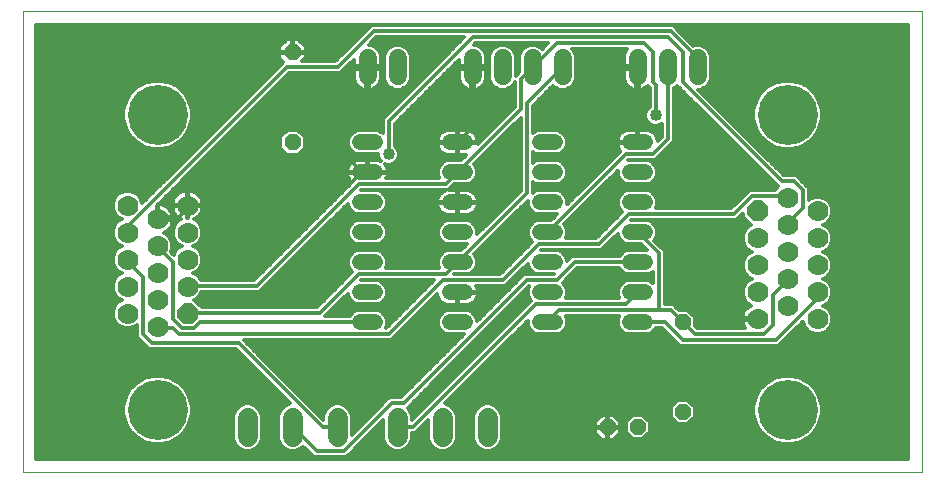
<source format=gbl>
G75*
%MOIN*%
%OFA0B0*%
%FSLAX25Y25*%
%IPPOS*%
%LPD*%
%AMOC8*
5,1,8,0,0,1.08239X$1,22.5*
%
%ADD10C,0.00000*%
%ADD11OC8,0.05600*%
%ADD12C,0.05200*%
%ADD13C,0.06000*%
%ADD14OC8,0.05200*%
%ADD15C,0.06600*%
%ADD16C,0.07000*%
%ADD17OC8,0.07000*%
%ADD18C,0.20000*%
%ADD19C,0.01200*%
%ADD20C,0.04000*%
D10*
X0025619Y0001600D02*
X0025619Y0155301D01*
X0325540Y0155301D01*
X0325540Y0001600D01*
X0025619Y0001600D01*
D11*
X0115619Y0111600D03*
X0115619Y0141600D03*
D12*
X0138019Y0111600D02*
X0143219Y0111600D01*
X0143219Y0101600D02*
X0138019Y0101600D01*
X0138019Y0091600D02*
X0143219Y0091600D01*
X0143219Y0081600D02*
X0138019Y0081600D01*
X0138019Y0071600D02*
X0143219Y0071600D01*
X0143219Y0061600D02*
X0138019Y0061600D01*
X0138019Y0051600D02*
X0143219Y0051600D01*
X0168019Y0051600D02*
X0173219Y0051600D01*
X0173219Y0061600D02*
X0168019Y0061600D01*
X0168019Y0071600D02*
X0173219Y0071600D01*
X0173219Y0081600D02*
X0168019Y0081600D01*
X0168019Y0091600D02*
X0173219Y0091600D01*
X0173219Y0101600D02*
X0168019Y0101600D01*
X0168019Y0111600D02*
X0173219Y0111600D01*
X0198019Y0111600D02*
X0203219Y0111600D01*
X0203219Y0101600D02*
X0198019Y0101600D01*
X0198019Y0091600D02*
X0203219Y0091600D01*
X0203219Y0081600D02*
X0198019Y0081600D01*
X0198019Y0071600D02*
X0203219Y0071600D01*
X0203219Y0061600D02*
X0198019Y0061600D01*
X0198019Y0051600D02*
X0203219Y0051600D01*
X0228019Y0051600D02*
X0233219Y0051600D01*
X0233219Y0061600D02*
X0228019Y0061600D01*
X0228019Y0071600D02*
X0233219Y0071600D01*
X0233219Y0081600D02*
X0228019Y0081600D01*
X0228019Y0091600D02*
X0233219Y0091600D01*
X0233219Y0101600D02*
X0228019Y0101600D01*
X0228019Y0111600D02*
X0233219Y0111600D01*
D13*
X0230619Y0133600D02*
X0230619Y0139600D01*
X0240619Y0139600D02*
X0240619Y0133600D01*
X0250619Y0133600D02*
X0250619Y0139600D01*
X0205619Y0139600D02*
X0205619Y0133600D01*
X0195619Y0133600D02*
X0195619Y0139600D01*
X0185619Y0139600D02*
X0185619Y0133600D01*
X0175619Y0133600D02*
X0175619Y0139600D01*
X0150619Y0139600D02*
X0150619Y0133600D01*
X0140619Y0133600D02*
X0140619Y0139600D01*
D14*
X0245619Y0051600D03*
X0245619Y0021600D03*
X0230619Y0016600D03*
X0220619Y0016600D03*
D15*
X0180619Y0013300D02*
X0180619Y0019900D01*
X0165619Y0019900D02*
X0165619Y0013300D01*
X0150619Y0013300D02*
X0150619Y0019900D01*
X0130619Y0019900D02*
X0130619Y0013300D01*
X0115619Y0013300D02*
X0115619Y0019900D01*
X0100619Y0019900D02*
X0100619Y0013300D01*
D16*
X0070619Y0050057D03*
X0060619Y0054557D03*
X0070619Y0059057D03*
X0080619Y0063557D03*
X0070619Y0068057D03*
X0080619Y0072557D03*
X0070619Y0077057D03*
X0080619Y0081557D03*
X0070619Y0086057D03*
X0080619Y0090557D03*
X0060619Y0090557D03*
X0060619Y0081557D03*
X0060619Y0072557D03*
X0060619Y0063557D03*
X0270619Y0061643D03*
X0280619Y0057143D03*
X0290619Y0052643D03*
X0270619Y0052643D03*
X0290619Y0061643D03*
X0280619Y0066143D03*
X0270619Y0070643D03*
X0280619Y0075143D03*
X0290619Y0070643D03*
X0290619Y0079643D03*
X0280619Y0084143D03*
X0270619Y0079643D03*
X0290619Y0088643D03*
X0280619Y0093143D03*
D17*
X0270619Y0088643D03*
X0080619Y0054557D03*
D18*
X0070619Y0022387D03*
X0280619Y0022387D03*
X0280619Y0120813D03*
X0070619Y0120813D03*
D19*
X0080555Y0115222D02*
X0089413Y0115222D01*
X0088214Y0114024D02*
X0079863Y0114024D01*
X0079741Y0113813D02*
X0081242Y0116412D01*
X0082019Y0119312D01*
X0082019Y0122313D01*
X0081242Y0125213D01*
X0079741Y0127812D01*
X0077619Y0129935D01*
X0075019Y0131436D01*
X0072120Y0132213D01*
X0069118Y0132213D01*
X0066219Y0131436D01*
X0063619Y0129935D01*
X0061497Y0127812D01*
X0059996Y0125213D01*
X0059219Y0122313D01*
X0059219Y0119312D01*
X0059996Y0116412D01*
X0061497Y0113813D01*
X0063619Y0111690D01*
X0066219Y0110189D01*
X0069118Y0109413D01*
X0072120Y0109413D01*
X0075019Y0110189D01*
X0077619Y0111690D01*
X0079741Y0113813D01*
X0078754Y0112825D02*
X0087016Y0112825D01*
X0085817Y0111627D02*
X0077509Y0111627D01*
X0075433Y0110428D02*
X0084619Y0110428D01*
X0083420Y0109230D02*
X0030219Y0109230D01*
X0030219Y0110428D02*
X0065805Y0110428D01*
X0063729Y0111627D02*
X0030219Y0111627D01*
X0030219Y0112825D02*
X0062484Y0112825D01*
X0061375Y0114024D02*
X0030219Y0114024D01*
X0030219Y0115222D02*
X0060683Y0115222D01*
X0059994Y0116421D02*
X0030219Y0116421D01*
X0030219Y0117619D02*
X0059672Y0117619D01*
X0059351Y0118818D02*
X0030219Y0118818D01*
X0030219Y0120016D02*
X0059219Y0120016D01*
X0059219Y0121215D02*
X0030219Y0121215D01*
X0030219Y0122413D02*
X0059246Y0122413D01*
X0059567Y0123612D02*
X0030219Y0123612D01*
X0030219Y0124810D02*
X0059888Y0124810D01*
X0060455Y0126009D02*
X0030219Y0126009D01*
X0030219Y0127207D02*
X0061147Y0127207D01*
X0062090Y0128406D02*
X0030219Y0128406D01*
X0030219Y0129604D02*
X0063289Y0129604D01*
X0065123Y0130803D02*
X0030219Y0130803D01*
X0030219Y0132002D02*
X0068330Y0132002D01*
X0072907Y0132002D02*
X0106192Y0132002D01*
X0107391Y0133200D02*
X0030219Y0133200D01*
X0030219Y0134399D02*
X0108589Y0134399D01*
X0109788Y0135597D02*
X0030219Y0135597D01*
X0030219Y0136796D02*
X0110986Y0136796D01*
X0111619Y0137428D02*
X0065519Y0091328D01*
X0065519Y0091531D01*
X0064773Y0093332D01*
X0063395Y0094711D01*
X0061594Y0095457D01*
X0059644Y0095457D01*
X0057843Y0094711D01*
X0056465Y0093332D01*
X0055719Y0091531D01*
X0055719Y0089582D01*
X0056465Y0087781D01*
X0057843Y0086403D01*
X0058679Y0086057D01*
X0057843Y0085711D01*
X0056465Y0084332D01*
X0055719Y0082531D01*
X0055719Y0080582D01*
X0056465Y0078781D01*
X0057843Y0077403D01*
X0058679Y0077057D01*
X0057843Y0076711D01*
X0056465Y0075332D01*
X0055719Y0073531D01*
X0055719Y0071582D01*
X0056465Y0069781D01*
X0057843Y0068403D01*
X0058679Y0068057D01*
X0057843Y0067711D01*
X0056465Y0066332D01*
X0055719Y0064531D01*
X0055719Y0062582D01*
X0056465Y0060781D01*
X0057843Y0059403D01*
X0058679Y0059057D01*
X0057843Y0058711D01*
X0056465Y0057332D01*
X0055719Y0055531D01*
X0055719Y0053582D01*
X0056465Y0051781D01*
X0057843Y0050403D01*
X0059644Y0049657D01*
X0061594Y0049657D01*
X0063395Y0050403D01*
X0063619Y0050627D01*
X0063619Y0046772D01*
X0064790Y0045600D01*
X0067790Y0042600D01*
X0096790Y0042600D01*
X0114790Y0024600D01*
X0114684Y0024600D01*
X0112957Y0023884D01*
X0111634Y0022562D01*
X0110919Y0020835D01*
X0110919Y0012365D01*
X0111634Y0010638D01*
X0112957Y0009316D01*
X0114684Y0008600D01*
X0116554Y0008600D01*
X0118281Y0009316D01*
X0119178Y0010212D01*
X0122790Y0006600D01*
X0133447Y0006600D01*
X0134619Y0007772D01*
X0145919Y0019072D01*
X0145919Y0012365D01*
X0146634Y0010638D01*
X0147957Y0009316D01*
X0149684Y0008600D01*
X0151554Y0008600D01*
X0153281Y0009316D01*
X0154603Y0010638D01*
X0155319Y0012365D01*
X0155319Y0014600D01*
X0156447Y0014600D01*
X0160919Y0019072D01*
X0160919Y0012365D01*
X0161634Y0010638D01*
X0162957Y0009316D01*
X0164684Y0008600D01*
X0166554Y0008600D01*
X0168281Y0009316D01*
X0169603Y0010638D01*
X0170319Y0012365D01*
X0170319Y0020835D01*
X0169603Y0022562D01*
X0168281Y0023884D01*
X0166554Y0024600D01*
X0166447Y0024600D01*
X0194019Y0052172D01*
X0194019Y0050804D01*
X0194628Y0049334D01*
X0195753Y0048209D01*
X0197223Y0047600D01*
X0204015Y0047600D01*
X0205485Y0048209D01*
X0206610Y0049334D01*
X0207219Y0050804D01*
X0207219Y0052396D01*
X0206720Y0053600D01*
X0224518Y0053600D01*
X0224019Y0052396D01*
X0224019Y0050804D01*
X0224628Y0049334D01*
X0225753Y0048209D01*
X0227223Y0047600D01*
X0234015Y0047600D01*
X0235485Y0048209D01*
X0236610Y0049334D01*
X0236720Y0049600D01*
X0238790Y0049600D01*
X0243619Y0044772D01*
X0244790Y0043600D01*
X0277447Y0043600D01*
X0285719Y0051872D01*
X0285719Y0051669D01*
X0286465Y0049868D01*
X0287843Y0048489D01*
X0289644Y0047743D01*
X0291594Y0047743D01*
X0293395Y0048489D01*
X0294773Y0049868D01*
X0295519Y0051669D01*
X0295519Y0053618D01*
X0294773Y0055419D01*
X0293395Y0056797D01*
X0292559Y0057143D01*
X0293395Y0057489D01*
X0294773Y0058868D01*
X0295519Y0060669D01*
X0295519Y0062618D01*
X0294773Y0064419D01*
X0293395Y0065797D01*
X0292559Y0066143D01*
X0293395Y0066489D01*
X0294773Y0067868D01*
X0295519Y0069669D01*
X0295519Y0071618D01*
X0294773Y0073419D01*
X0293395Y0074797D01*
X0292559Y0075143D01*
X0293395Y0075489D01*
X0294773Y0076868D01*
X0295519Y0078669D01*
X0295519Y0080618D01*
X0294773Y0082419D01*
X0293395Y0083797D01*
X0292559Y0084143D01*
X0293395Y0084489D01*
X0294773Y0085868D01*
X0295519Y0087669D01*
X0295519Y0089618D01*
X0294773Y0091419D01*
X0293395Y0092797D01*
X0291594Y0093543D01*
X0289644Y0093543D01*
X0287843Y0092797D01*
X0287619Y0092573D01*
X0287619Y0096428D01*
X0286447Y0097600D01*
X0283447Y0100600D01*
X0279447Y0100600D01*
X0250847Y0129200D01*
X0251494Y0129200D01*
X0253111Y0129870D01*
X0254349Y0131108D01*
X0255019Y0132725D01*
X0255019Y0140475D01*
X0254349Y0142092D01*
X0253111Y0143330D01*
X0251494Y0144000D01*
X0249744Y0144000D01*
X0249251Y0143796D01*
X0242447Y0150600D01*
X0141790Y0150600D01*
X0140619Y0149428D01*
X0129790Y0138600D01*
X0118841Y0138600D01*
X0120019Y0139777D01*
X0120019Y0141300D01*
X0115919Y0141300D01*
X0115919Y0141900D01*
X0120019Y0141900D01*
X0120019Y0143423D01*
X0117441Y0146000D01*
X0115919Y0146000D01*
X0115919Y0141900D01*
X0115319Y0141900D01*
X0115319Y0146000D01*
X0113796Y0146000D01*
X0111219Y0143423D01*
X0111219Y0141900D01*
X0115319Y0141900D01*
X0115319Y0141300D01*
X0111219Y0141300D01*
X0111219Y0139777D01*
X0112593Y0138403D01*
X0111619Y0137428D01*
X0112185Y0137994D02*
X0030219Y0137994D01*
X0030219Y0139193D02*
X0111804Y0139193D01*
X0111219Y0140391D02*
X0030219Y0140391D01*
X0030219Y0141590D02*
X0115319Y0141590D01*
X0115919Y0141590D02*
X0132780Y0141590D01*
X0133979Y0142788D02*
X0120019Y0142788D01*
X0119455Y0143987D02*
X0135177Y0143987D01*
X0136376Y0145185D02*
X0118256Y0145185D01*
X0115919Y0145185D02*
X0115319Y0145185D01*
X0115319Y0143987D02*
X0115919Y0143987D01*
X0115919Y0142788D02*
X0115319Y0142788D01*
X0111783Y0143987D02*
X0030219Y0143987D01*
X0030219Y0145185D02*
X0112982Y0145185D01*
X0111219Y0142788D02*
X0030219Y0142788D01*
X0030219Y0146384D02*
X0137574Y0146384D01*
X0138773Y0147582D02*
X0030219Y0147582D01*
X0030219Y0148781D02*
X0139971Y0148781D01*
X0141170Y0149979D02*
X0030219Y0149979D01*
X0030219Y0150701D02*
X0320940Y0150701D01*
X0320940Y0006200D01*
X0030219Y0006200D01*
X0030219Y0150701D01*
X0076115Y0130803D02*
X0104993Y0130803D01*
X0103795Y0129604D02*
X0077949Y0129604D01*
X0079148Y0128406D02*
X0102596Y0128406D01*
X0101398Y0127207D02*
X0080090Y0127207D01*
X0080782Y0126009D02*
X0100199Y0126009D01*
X0099001Y0124810D02*
X0081350Y0124810D01*
X0081671Y0123612D02*
X0097802Y0123612D01*
X0096604Y0122413D02*
X0081992Y0122413D01*
X0082019Y0121215D02*
X0095405Y0121215D01*
X0094207Y0120016D02*
X0082019Y0120016D01*
X0081887Y0118818D02*
X0093008Y0118818D01*
X0091810Y0117619D02*
X0081565Y0117619D01*
X0081244Y0116421D02*
X0090611Y0116421D01*
X0093871Y0114024D02*
X0112103Y0114024D01*
X0111419Y0113340D02*
X0111419Y0109860D01*
X0113879Y0107400D01*
X0117359Y0107400D01*
X0119819Y0109860D01*
X0119819Y0113340D01*
X0117359Y0115800D01*
X0113879Y0115800D01*
X0111419Y0113340D01*
X0111419Y0112825D02*
X0092673Y0112825D01*
X0091474Y0111627D02*
X0111419Y0111627D01*
X0111419Y0110428D02*
X0090276Y0110428D01*
X0089077Y0109230D02*
X0112049Y0109230D01*
X0113248Y0108031D02*
X0087879Y0108031D01*
X0086680Y0106833D02*
X0144257Y0106833D01*
X0144219Y0106924D02*
X0144737Y0105674D01*
X0145009Y0105402D01*
X0144831Y0105492D01*
X0144202Y0105697D01*
X0143549Y0105800D01*
X0140819Y0105800D01*
X0140819Y0101800D01*
X0147419Y0101800D01*
X0147419Y0101931D01*
X0147315Y0102584D01*
X0147111Y0103212D01*
X0146811Y0103801D01*
X0146422Y0104336D01*
X0146287Y0104472D01*
X0146943Y0104200D01*
X0148295Y0104200D01*
X0149545Y0104718D01*
X0150501Y0105674D01*
X0151019Y0106924D01*
X0151019Y0108276D01*
X0150501Y0109526D01*
X0149619Y0110408D01*
X0149619Y0117772D01*
X0171019Y0139172D01*
X0171019Y0137000D01*
X0175219Y0137000D01*
X0175219Y0136200D01*
X0176019Y0136200D01*
X0176019Y0137000D01*
X0180219Y0137000D01*
X0180219Y0139962D01*
X0180106Y0140677D01*
X0179882Y0141366D01*
X0179553Y0142011D01*
X0179128Y0142597D01*
X0178616Y0143109D01*
X0178030Y0143534D01*
X0177385Y0143863D01*
X0176696Y0144087D01*
X0176038Y0144191D01*
X0176447Y0144600D01*
X0200790Y0144600D01*
X0198816Y0142625D01*
X0198111Y0143330D01*
X0196494Y0144000D01*
X0194744Y0144000D01*
X0193126Y0143330D01*
X0191889Y0142092D01*
X0191219Y0140475D01*
X0191219Y0135028D01*
X0190019Y0133828D01*
X0190019Y0140475D01*
X0189349Y0142092D01*
X0188111Y0143330D01*
X0186494Y0144000D01*
X0184744Y0144000D01*
X0183126Y0143330D01*
X0181889Y0142092D01*
X0181219Y0140475D01*
X0181219Y0132725D01*
X0181889Y0131108D01*
X0183126Y0129870D01*
X0184744Y0129200D01*
X0186494Y0129200D01*
X0188111Y0129870D01*
X0189349Y0131108D01*
X0189619Y0131759D01*
X0189619Y0123428D01*
X0177411Y0111221D01*
X0177419Y0111269D01*
X0177419Y0111400D01*
X0170819Y0111400D01*
X0170819Y0111800D01*
X0177419Y0111800D01*
X0177419Y0111931D01*
X0177315Y0112584D01*
X0177111Y0113212D01*
X0176811Y0113801D01*
X0176422Y0114336D01*
X0175955Y0114804D01*
X0175420Y0115192D01*
X0174831Y0115492D01*
X0174202Y0115697D01*
X0173549Y0115800D01*
X0170819Y0115800D01*
X0170819Y0111800D01*
X0170419Y0111800D01*
X0170419Y0115800D01*
X0167688Y0115800D01*
X0167035Y0115697D01*
X0166407Y0115492D01*
X0165818Y0115192D01*
X0165283Y0114804D01*
X0164815Y0114336D01*
X0164427Y0113801D01*
X0164127Y0113212D01*
X0163922Y0112584D01*
X0163819Y0111931D01*
X0163819Y0111800D01*
X0170419Y0111800D01*
X0170419Y0111400D01*
X0170819Y0111400D01*
X0170819Y0107400D01*
X0173549Y0107400D01*
X0173598Y0107408D01*
X0171790Y0105600D01*
X0167223Y0105600D01*
X0165753Y0104991D01*
X0164628Y0103866D01*
X0164019Y0102396D01*
X0164019Y0100804D01*
X0164518Y0099600D01*
X0146914Y0099600D01*
X0147111Y0099988D01*
X0147315Y0100616D01*
X0147419Y0101269D01*
X0147419Y0101400D01*
X0140819Y0101400D01*
X0140819Y0101800D01*
X0140419Y0101800D01*
X0140419Y0105800D01*
X0137688Y0105800D01*
X0137035Y0105697D01*
X0136407Y0105492D01*
X0135818Y0105192D01*
X0135283Y0104804D01*
X0134815Y0104336D01*
X0134427Y0103801D01*
X0134127Y0103212D01*
X0133922Y0102584D01*
X0133819Y0101931D01*
X0133819Y0101800D01*
X0140419Y0101800D01*
X0140419Y0101400D01*
X0133819Y0101400D01*
X0133819Y0101269D01*
X0133922Y0100616D01*
X0134127Y0099988D01*
X0134427Y0099399D01*
X0134815Y0098864D01*
X0135283Y0098396D01*
X0135459Y0098268D01*
X0102790Y0065600D01*
X0085076Y0065600D01*
X0084773Y0066332D01*
X0083395Y0067711D01*
X0082559Y0068057D01*
X0083395Y0068403D01*
X0084773Y0069781D01*
X0085519Y0071582D01*
X0085519Y0073531D01*
X0084773Y0075332D01*
X0083395Y0076711D01*
X0082559Y0077057D01*
X0083395Y0077403D01*
X0084773Y0078781D01*
X0085519Y0080582D01*
X0085519Y0082531D01*
X0084773Y0084332D01*
X0083395Y0085711D01*
X0082814Y0085951D01*
X0083292Y0086195D01*
X0083941Y0086667D01*
X0084509Y0087234D01*
X0084981Y0087884D01*
X0085345Y0088599D01*
X0085593Y0089362D01*
X0085719Y0090155D01*
X0085719Y0090271D01*
X0080905Y0090271D01*
X0080905Y0090843D01*
X0080333Y0090843D01*
X0080333Y0095657D01*
X0080218Y0095657D01*
X0079425Y0095531D01*
X0078661Y0095283D01*
X0077946Y0094919D01*
X0077296Y0094447D01*
X0076729Y0093879D01*
X0076257Y0093230D01*
X0075893Y0092514D01*
X0075644Y0091751D01*
X0075519Y0090958D01*
X0075519Y0090843D01*
X0080333Y0090843D01*
X0080333Y0090271D01*
X0075519Y0090271D01*
X0075519Y0090155D01*
X0075644Y0089362D01*
X0075893Y0088599D01*
X0076257Y0087884D01*
X0076729Y0087234D01*
X0077296Y0086667D01*
X0077946Y0086195D01*
X0078424Y0085951D01*
X0077843Y0085711D01*
X0076465Y0084332D01*
X0075719Y0082531D01*
X0075719Y0080582D01*
X0076465Y0078781D01*
X0077843Y0077403D01*
X0078679Y0077057D01*
X0077843Y0076711D01*
X0076465Y0075332D01*
X0075952Y0074095D01*
X0075064Y0074983D01*
X0075519Y0076082D01*
X0075519Y0078031D01*
X0074773Y0079832D01*
X0073395Y0081211D01*
X0072814Y0081451D01*
X0073292Y0081695D01*
X0073941Y0082167D01*
X0074509Y0082734D01*
X0074981Y0083384D01*
X0075345Y0084099D01*
X0075593Y0084862D01*
X0075719Y0085655D01*
X0075719Y0085771D01*
X0070905Y0085771D01*
X0070905Y0086343D01*
X0070905Y0091057D01*
X0070333Y0090486D01*
X0070333Y0086343D01*
X0070905Y0086343D01*
X0075719Y0086343D01*
X0075719Y0086458D01*
X0075593Y0087251D01*
X0075345Y0088014D01*
X0074981Y0088730D01*
X0074509Y0089379D01*
X0073941Y0089947D01*
X0073292Y0090419D01*
X0072577Y0090783D01*
X0071813Y0091031D01*
X0071020Y0091157D01*
X0071004Y0091157D01*
X0114447Y0134600D01*
X0131447Y0134600D01*
X0136019Y0139172D01*
X0136019Y0137000D01*
X0140219Y0137000D01*
X0140219Y0136200D01*
X0141019Y0136200D01*
X0141019Y0137000D01*
X0145219Y0137000D01*
X0145219Y0139962D01*
X0145106Y0140677D01*
X0144882Y0141366D01*
X0144553Y0142011D01*
X0144128Y0142597D01*
X0143616Y0143109D01*
X0143030Y0143534D01*
X0142385Y0143863D01*
X0141696Y0144087D01*
X0141038Y0144191D01*
X0143447Y0146600D01*
X0172790Y0146600D01*
X0145619Y0119428D01*
X0145619Y0114857D01*
X0145485Y0114991D01*
X0144015Y0115600D01*
X0137223Y0115600D01*
X0135753Y0114991D01*
X0134628Y0113866D01*
X0134019Y0112396D01*
X0134019Y0110804D01*
X0134628Y0109334D01*
X0135753Y0108209D01*
X0137223Y0107600D01*
X0144015Y0107600D01*
X0144219Y0107685D01*
X0144219Y0106924D01*
X0144394Y0105634D02*
X0144776Y0105634D01*
X0146323Y0104436D02*
X0146373Y0104436D01*
X0147098Y0103237D02*
X0164368Y0103237D01*
X0164019Y0102039D02*
X0147402Y0102039D01*
X0147351Y0100840D02*
X0164019Y0100840D01*
X0164500Y0099642D02*
X0146935Y0099642D01*
X0140819Y0102039D02*
X0140419Y0102039D01*
X0140619Y0101600D02*
X0138619Y0101600D01*
X0133619Y0106600D01*
X0133619Y0113600D01*
X0140619Y0120600D01*
X0140619Y0136600D01*
X0141019Y0136796D02*
X0146219Y0136796D01*
X0145219Y0136200D02*
X0141019Y0136200D01*
X0141019Y0129006D01*
X0141696Y0129113D01*
X0142385Y0129337D01*
X0143030Y0129666D01*
X0143616Y0130091D01*
X0144128Y0130603D01*
X0144553Y0131189D01*
X0144882Y0131834D01*
X0145106Y0132523D01*
X0145219Y0133238D01*
X0145219Y0136200D01*
X0145219Y0135597D02*
X0146219Y0135597D01*
X0146219Y0134399D02*
X0145219Y0134399D01*
X0145213Y0133200D02*
X0146219Y0133200D01*
X0146219Y0132725D02*
X0146889Y0131108D01*
X0148126Y0129870D01*
X0149744Y0129200D01*
X0151494Y0129200D01*
X0153111Y0129870D01*
X0154349Y0131108D01*
X0155019Y0132725D01*
X0155019Y0140475D01*
X0154349Y0142092D01*
X0153111Y0143330D01*
X0151494Y0144000D01*
X0149744Y0144000D01*
X0148126Y0143330D01*
X0146889Y0142092D01*
X0146219Y0140475D01*
X0146219Y0132725D01*
X0146518Y0132002D02*
X0144936Y0132002D01*
X0144273Y0130803D02*
X0147193Y0130803D01*
X0148767Y0129604D02*
X0142910Y0129604D01*
X0141019Y0129604D02*
X0140219Y0129604D01*
X0140219Y0129006D02*
X0140219Y0136200D01*
X0136019Y0136200D01*
X0136019Y0133238D01*
X0136132Y0132523D01*
X0136356Y0131834D01*
X0136685Y0131189D01*
X0137110Y0130603D01*
X0137622Y0130091D01*
X0138208Y0129666D01*
X0138853Y0129337D01*
X0139542Y0129113D01*
X0140219Y0129006D01*
X0140219Y0130803D02*
X0141019Y0130803D01*
X0141019Y0132002D02*
X0140219Y0132002D01*
X0140219Y0133200D02*
X0141019Y0133200D01*
X0141019Y0134399D02*
X0140219Y0134399D01*
X0140219Y0135597D02*
X0141019Y0135597D01*
X0140219Y0136796D02*
X0133643Y0136796D01*
X0134841Y0137994D02*
X0136019Y0137994D01*
X0136019Y0135597D02*
X0132444Y0135597D01*
X0130619Y0136600D02*
X0142619Y0148600D01*
X0241619Y0148600D01*
X0250619Y0139600D01*
X0250619Y0136600D01*
X0255019Y0136796D02*
X0320940Y0136796D01*
X0320940Y0137994D02*
X0255019Y0137994D01*
X0255019Y0139193D02*
X0320940Y0139193D01*
X0320940Y0140391D02*
X0255019Y0140391D01*
X0254557Y0141590D02*
X0320940Y0141590D01*
X0320940Y0142788D02*
X0253653Y0142788D01*
X0251526Y0143987D02*
X0320940Y0143987D01*
X0320940Y0145185D02*
X0247862Y0145185D01*
X0246664Y0146384D02*
X0320940Y0146384D01*
X0320940Y0147582D02*
X0245465Y0147582D01*
X0244267Y0148781D02*
X0320940Y0148781D01*
X0320940Y0149979D02*
X0243068Y0149979D01*
X0240619Y0146600D02*
X0245619Y0141600D01*
X0245619Y0131600D01*
X0278619Y0098600D01*
X0282619Y0098600D01*
X0285619Y0095600D01*
X0285619Y0089600D01*
X0280619Y0084600D01*
X0280619Y0084143D01*
X0268333Y0084000D02*
X0267843Y0083797D01*
X0266465Y0082419D01*
X0265719Y0080618D01*
X0265719Y0078669D01*
X0266465Y0076868D01*
X0267843Y0075489D01*
X0268679Y0075143D01*
X0267843Y0074797D01*
X0266465Y0073419D01*
X0265719Y0071618D01*
X0265719Y0069669D01*
X0266465Y0067868D01*
X0267843Y0066489D01*
X0268679Y0066143D01*
X0267843Y0065797D01*
X0266465Y0064419D01*
X0265719Y0062618D01*
X0265719Y0060669D01*
X0266465Y0058868D01*
X0267843Y0057489D01*
X0268424Y0057249D01*
X0267946Y0057005D01*
X0267296Y0056533D01*
X0266729Y0055966D01*
X0266257Y0055316D01*
X0265893Y0054601D01*
X0265644Y0053838D01*
X0265519Y0053045D01*
X0265519Y0052929D01*
X0270333Y0052929D01*
X0270333Y0052357D01*
X0265519Y0052357D01*
X0265519Y0052242D01*
X0265644Y0051449D01*
X0265893Y0050686D01*
X0266257Y0049970D01*
X0266526Y0049600D01*
X0250447Y0049600D01*
X0249619Y0050428D01*
X0249619Y0053257D01*
X0247276Y0055600D01*
X0244447Y0055600D01*
X0242447Y0057600D01*
X0239619Y0057600D01*
X0239619Y0075428D01*
X0238447Y0076600D01*
X0236162Y0078886D01*
X0236610Y0079334D01*
X0237219Y0080804D01*
X0237219Y0082396D01*
X0236610Y0083866D01*
X0235485Y0084991D01*
X0234015Y0085600D01*
X0228447Y0085600D01*
X0228447Y0085600D01*
X0263447Y0085600D01*
X0265719Y0087872D01*
X0265719Y0086614D01*
X0268333Y0084000D01*
X0268271Y0084061D02*
X0236415Y0084061D01*
X0237025Y0082863D02*
X0266909Y0082863D01*
X0266152Y0081664D02*
X0237219Y0081664D01*
X0237079Y0080466D02*
X0265719Y0080466D01*
X0265719Y0079267D02*
X0236543Y0079267D01*
X0236979Y0078069D02*
X0265967Y0078069D01*
X0266464Y0076870D02*
X0238177Y0076870D01*
X0239376Y0075671D02*
X0267661Y0075671D01*
X0267519Y0074473D02*
X0239619Y0074473D01*
X0239619Y0073274D02*
X0266405Y0073274D01*
X0265909Y0072076D02*
X0239619Y0072076D01*
X0239619Y0070877D02*
X0265719Y0070877D01*
X0265719Y0069679D02*
X0239619Y0069679D01*
X0239619Y0068480D02*
X0266211Y0068480D01*
X0267051Y0067282D02*
X0239619Y0067282D01*
X0239619Y0066083D02*
X0268534Y0066083D01*
X0266931Y0064885D02*
X0239619Y0064885D01*
X0239619Y0063686D02*
X0266161Y0063686D01*
X0265719Y0062488D02*
X0239619Y0062488D01*
X0239619Y0061289D02*
X0265719Y0061289D01*
X0265958Y0060091D02*
X0239619Y0060091D01*
X0239619Y0058892D02*
X0266455Y0058892D01*
X0267639Y0057694D02*
X0239619Y0057694D01*
X0241619Y0055600D02*
X0237619Y0055600D01*
X0237619Y0074600D01*
X0230619Y0081600D01*
X0231790Y0077600D02*
X0227223Y0077600D01*
X0225753Y0078209D01*
X0224628Y0079334D01*
X0224019Y0080804D01*
X0224019Y0081172D01*
X0218447Y0075600D01*
X0198447Y0075600D01*
X0198447Y0075600D01*
X0204015Y0075600D01*
X0205485Y0074991D01*
X0206610Y0073866D01*
X0207219Y0072396D01*
X0207219Y0072028D01*
X0208790Y0073600D01*
X0224518Y0073600D01*
X0224628Y0073866D01*
X0225753Y0074991D01*
X0227223Y0075600D01*
X0233790Y0075600D01*
X0231790Y0077600D01*
X0232520Y0076870D02*
X0219717Y0076870D01*
X0218519Y0075671D02*
X0233719Y0075671D01*
X0226092Y0078069D02*
X0220916Y0078069D01*
X0222114Y0079267D02*
X0224695Y0079267D01*
X0224159Y0080466D02*
X0223313Y0080466D01*
X0220053Y0082863D02*
X0207025Y0082863D01*
X0207219Y0082396D02*
X0206610Y0083866D01*
X0206162Y0084314D01*
X0224019Y0102172D01*
X0224019Y0100804D01*
X0224628Y0099334D01*
X0225753Y0098209D01*
X0227223Y0097600D01*
X0234015Y0097600D01*
X0235485Y0098209D01*
X0236610Y0099334D01*
X0237219Y0100804D01*
X0237219Y0102396D01*
X0236610Y0103866D01*
X0235485Y0104991D01*
X0234015Y0105600D01*
X0227447Y0105600D01*
X0227447Y0105600D01*
X0236447Y0105600D01*
X0241447Y0110600D01*
X0242619Y0111772D01*
X0242619Y0129666D01*
X0243111Y0129870D01*
X0243816Y0130575D01*
X0276619Y0097772D01*
X0277468Y0096922D01*
X0276465Y0095919D01*
X0276333Y0095600D01*
X0267790Y0095600D01*
X0266619Y0094428D01*
X0261790Y0089600D01*
X0236720Y0089600D01*
X0237219Y0090804D01*
X0237219Y0092396D01*
X0236610Y0093866D01*
X0235485Y0094991D01*
X0234015Y0095600D01*
X0227223Y0095600D01*
X0225753Y0094991D01*
X0224628Y0093866D01*
X0224019Y0092396D01*
X0224019Y0090804D01*
X0224628Y0089334D01*
X0225576Y0088386D01*
X0216790Y0079600D01*
X0206720Y0079600D01*
X0207219Y0080804D01*
X0207219Y0082396D01*
X0207219Y0081664D02*
X0218855Y0081664D01*
X0217656Y0080466D02*
X0207079Y0080466D01*
X0200619Y0081600D02*
X0226619Y0107600D01*
X0235619Y0107600D01*
X0240619Y0112600D01*
X0240619Y0136600D01*
X0235619Y0141600D02*
X0235619Y0131600D01*
X0236619Y0130600D01*
X0236619Y0120600D01*
X0233677Y0118818D02*
X0195619Y0118818D01*
X0195619Y0120016D02*
X0233219Y0120016D01*
X0233219Y0119924D02*
X0233737Y0118674D01*
X0234693Y0117718D01*
X0235943Y0117200D01*
X0237295Y0117200D01*
X0238545Y0117718D01*
X0238619Y0117792D01*
X0238619Y0113428D01*
X0237378Y0112188D01*
X0237315Y0112584D01*
X0237111Y0113212D01*
X0236811Y0113801D01*
X0236422Y0114336D01*
X0235955Y0114804D01*
X0235420Y0115192D01*
X0234831Y0115492D01*
X0234202Y0115697D01*
X0233549Y0115800D01*
X0230819Y0115800D01*
X0230819Y0111800D01*
X0230419Y0111800D01*
X0230419Y0115800D01*
X0227688Y0115800D01*
X0227035Y0115697D01*
X0226407Y0115492D01*
X0225818Y0115192D01*
X0225283Y0114804D01*
X0224815Y0114336D01*
X0224427Y0113801D01*
X0224127Y0113212D01*
X0223922Y0112584D01*
X0223819Y0111931D01*
X0223819Y0111800D01*
X0230419Y0111800D01*
X0230419Y0111400D01*
X0223819Y0111400D01*
X0223819Y0111269D01*
X0223922Y0110616D01*
X0224127Y0109988D01*
X0224427Y0109399D01*
X0224815Y0108864D01*
X0224935Y0108744D01*
X0224619Y0108428D01*
X0207219Y0091028D01*
X0207219Y0092396D01*
X0206610Y0093866D01*
X0205485Y0094991D01*
X0204015Y0095600D01*
X0197223Y0095600D01*
X0195753Y0094991D01*
X0195619Y0094857D01*
X0195619Y0098343D01*
X0195753Y0098209D01*
X0197223Y0097600D01*
X0204015Y0097600D01*
X0205485Y0098209D01*
X0206610Y0099334D01*
X0207219Y0100804D01*
X0207219Y0102396D01*
X0206610Y0103866D01*
X0205485Y0104991D01*
X0204015Y0105600D01*
X0197223Y0105600D01*
X0195753Y0104991D01*
X0195619Y0104857D01*
X0195619Y0108343D01*
X0195753Y0108209D01*
X0197223Y0107600D01*
X0204015Y0107600D01*
X0205485Y0108209D01*
X0206610Y0109334D01*
X0207219Y0110804D01*
X0207219Y0112396D01*
X0206610Y0113866D01*
X0205485Y0114991D01*
X0204015Y0115600D01*
X0197223Y0115600D01*
X0195753Y0114991D01*
X0195619Y0114857D01*
X0195619Y0123772D01*
X0202422Y0130575D01*
X0203126Y0129870D01*
X0204744Y0129200D01*
X0206494Y0129200D01*
X0208111Y0129870D01*
X0209349Y0131108D01*
X0210019Y0132725D01*
X0210019Y0140475D01*
X0209349Y0142092D01*
X0208841Y0142600D01*
X0227114Y0142600D01*
X0227110Y0142597D01*
X0226685Y0142011D01*
X0226356Y0141366D01*
X0226132Y0140677D01*
X0226019Y0139962D01*
X0226019Y0137000D01*
X0230219Y0137000D01*
X0230219Y0136200D01*
X0231019Y0136200D01*
X0231019Y0129006D01*
X0231696Y0129113D01*
X0232385Y0129337D01*
X0233030Y0129666D01*
X0233616Y0130091D01*
X0233957Y0130433D01*
X0234619Y0129772D01*
X0234619Y0123408D01*
X0233737Y0122526D01*
X0233219Y0121276D01*
X0233219Y0119924D01*
X0233219Y0121215D02*
X0195619Y0121215D01*
X0195619Y0122413D02*
X0233690Y0122413D01*
X0234619Y0123612D02*
X0195619Y0123612D01*
X0196658Y0124810D02*
X0234619Y0124810D01*
X0234619Y0126009D02*
X0197856Y0126009D01*
X0199055Y0127207D02*
X0234619Y0127207D01*
X0234619Y0128406D02*
X0200253Y0128406D01*
X0201452Y0129604D02*
X0203767Y0129604D01*
X0207471Y0129604D02*
X0228328Y0129604D01*
X0228208Y0129666D02*
X0228853Y0129337D01*
X0229542Y0129113D01*
X0230219Y0129006D01*
X0230219Y0136200D01*
X0226019Y0136200D01*
X0226019Y0133238D01*
X0226132Y0132523D01*
X0226356Y0131834D01*
X0226685Y0131189D01*
X0227110Y0130603D01*
X0227622Y0130091D01*
X0228208Y0129666D01*
X0226965Y0130803D02*
X0209044Y0130803D01*
X0209719Y0132002D02*
X0226302Y0132002D01*
X0226025Y0133200D02*
X0210019Y0133200D01*
X0210019Y0134399D02*
X0226019Y0134399D01*
X0226019Y0135597D02*
X0210019Y0135597D01*
X0210019Y0136796D02*
X0230219Y0136796D01*
X0230619Y0136600D02*
X0230619Y0111600D01*
X0230419Y0111627D02*
X0207219Y0111627D01*
X0207063Y0110428D02*
X0223983Y0110428D01*
X0224549Y0109230D02*
X0206506Y0109230D01*
X0205056Y0108031D02*
X0224222Y0108031D01*
X0223023Y0106833D02*
X0195619Y0106833D01*
X0195619Y0108031D02*
X0196182Y0108031D01*
X0195619Y0105634D02*
X0221825Y0105634D01*
X0220626Y0104436D02*
X0206040Y0104436D01*
X0206870Y0103237D02*
X0219428Y0103237D01*
X0218229Y0102039D02*
X0207219Y0102039D01*
X0207219Y0100840D02*
X0217031Y0100840D01*
X0215832Y0099642D02*
X0206737Y0099642D01*
X0205719Y0098443D02*
X0214634Y0098443D01*
X0213435Y0097245D02*
X0195619Y0097245D01*
X0195619Y0096046D02*
X0212237Y0096046D01*
X0211038Y0094848D02*
X0205628Y0094848D01*
X0206700Y0093649D02*
X0209840Y0093649D01*
X0208641Y0092451D02*
X0207196Y0092451D01*
X0207219Y0091252D02*
X0207443Y0091252D01*
X0211901Y0090054D02*
X0224330Y0090054D01*
X0224019Y0091252D02*
X0213099Y0091252D01*
X0214298Y0092451D02*
X0224042Y0092451D01*
X0224538Y0093649D02*
X0215496Y0093649D01*
X0216695Y0094848D02*
X0225610Y0094848D01*
X0225519Y0098443D02*
X0220291Y0098443D01*
X0221489Y0099642D02*
X0224500Y0099642D01*
X0224019Y0100840D02*
X0222688Y0100840D01*
X0223886Y0102039D02*
X0224019Y0102039D01*
X0219092Y0097245D02*
X0277146Y0097245D01*
X0276592Y0096046D02*
X0217893Y0096046D01*
X0210702Y0088855D02*
X0225107Y0088855D01*
X0224847Y0087657D02*
X0209504Y0087657D01*
X0208305Y0086458D02*
X0223649Y0086458D01*
X0222450Y0085260D02*
X0207107Y0085260D01*
X0206415Y0084061D02*
X0221252Y0084061D01*
X0227619Y0087600D02*
X0262619Y0087600D01*
X0268619Y0093600D01*
X0280619Y0093600D01*
X0280619Y0093143D01*
X0287619Y0093649D02*
X0320940Y0093649D01*
X0320940Y0092451D02*
X0293741Y0092451D01*
X0294842Y0091252D02*
X0320940Y0091252D01*
X0320940Y0090054D02*
X0295338Y0090054D01*
X0295519Y0088855D02*
X0320940Y0088855D01*
X0320940Y0087657D02*
X0295514Y0087657D01*
X0295017Y0086458D02*
X0320940Y0086458D01*
X0320940Y0085260D02*
X0294165Y0085260D01*
X0292758Y0084061D02*
X0320940Y0084061D01*
X0320940Y0082863D02*
X0294329Y0082863D01*
X0295086Y0081664D02*
X0320940Y0081664D01*
X0320940Y0080466D02*
X0295519Y0080466D01*
X0295519Y0079267D02*
X0320940Y0079267D01*
X0320940Y0078069D02*
X0295270Y0078069D01*
X0294774Y0076870D02*
X0320940Y0076870D01*
X0320940Y0075671D02*
X0293577Y0075671D01*
X0293719Y0074473D02*
X0320940Y0074473D01*
X0320940Y0073274D02*
X0294833Y0073274D01*
X0295329Y0072076D02*
X0320940Y0072076D01*
X0320940Y0070877D02*
X0295519Y0070877D01*
X0295519Y0069679D02*
X0320940Y0069679D01*
X0320940Y0068480D02*
X0295027Y0068480D01*
X0294187Y0067282D02*
X0320940Y0067282D01*
X0320940Y0066083D02*
X0292704Y0066083D01*
X0294307Y0064885D02*
X0320940Y0064885D01*
X0320940Y0063686D02*
X0295076Y0063686D01*
X0295519Y0062488D02*
X0320940Y0062488D01*
X0320940Y0061289D02*
X0295519Y0061289D01*
X0295280Y0060091D02*
X0320940Y0060091D01*
X0320940Y0058892D02*
X0294783Y0058892D01*
X0293599Y0057694D02*
X0320940Y0057694D01*
X0320940Y0056495D02*
X0293697Y0056495D01*
X0294823Y0055297D02*
X0320940Y0055297D01*
X0320940Y0054098D02*
X0295320Y0054098D01*
X0295519Y0052900D02*
X0320940Y0052900D01*
X0320940Y0051701D02*
X0295519Y0051701D01*
X0295036Y0050503D02*
X0320940Y0050503D01*
X0320940Y0049304D02*
X0294209Y0049304D01*
X0292469Y0048106D02*
X0320940Y0048106D01*
X0320940Y0046907D02*
X0280755Y0046907D01*
X0281953Y0048106D02*
X0288769Y0048106D01*
X0287028Y0049304D02*
X0283152Y0049304D01*
X0284350Y0050503D02*
X0286202Y0050503D01*
X0285719Y0051701D02*
X0285549Y0051701D01*
X0279556Y0045709D02*
X0320940Y0045709D01*
X0320940Y0044510D02*
X0278357Y0044510D01*
X0276619Y0045600D02*
X0290619Y0059600D01*
X0290619Y0061643D01*
X0280619Y0065600D02*
X0280619Y0066143D01*
X0280619Y0065600D02*
X0275619Y0060600D01*
X0275619Y0050600D01*
X0272619Y0047600D01*
X0249619Y0047600D01*
X0245619Y0051600D01*
X0241619Y0055600D01*
X0243552Y0056495D02*
X0267258Y0056495D01*
X0266247Y0055297D02*
X0247579Y0055297D01*
X0248777Y0054098D02*
X0265729Y0054098D01*
X0270333Y0052900D02*
X0249619Y0052900D01*
X0249619Y0051701D02*
X0265605Y0051701D01*
X0265986Y0050503D02*
X0249619Y0050503D01*
X0245619Y0045600D02*
X0276619Y0045600D01*
X0279118Y0033787D02*
X0276219Y0033010D01*
X0273619Y0031510D01*
X0271497Y0029387D01*
X0269996Y0026788D01*
X0269219Y0023888D01*
X0269219Y0020887D01*
X0269996Y0017987D01*
X0271497Y0015388D01*
X0273619Y0013265D01*
X0276219Y0011764D01*
X0279118Y0010987D01*
X0282120Y0010987D01*
X0285019Y0011764D01*
X0287619Y0013265D01*
X0289741Y0015388D01*
X0291242Y0017987D01*
X0292019Y0020887D01*
X0292019Y0023888D01*
X0291242Y0026788D01*
X0289741Y0029387D01*
X0287619Y0031510D01*
X0285019Y0033010D01*
X0282120Y0033787D01*
X0279118Y0033787D01*
X0278880Y0033724D02*
X0175571Y0033724D01*
X0176769Y0034922D02*
X0320940Y0034922D01*
X0320940Y0033724D02*
X0282358Y0033724D01*
X0285860Y0032525D02*
X0320940Y0032525D01*
X0320940Y0031327D02*
X0287802Y0031327D01*
X0289000Y0030128D02*
X0320940Y0030128D01*
X0320940Y0028930D02*
X0290005Y0028930D01*
X0290697Y0027731D02*
X0320940Y0027731D01*
X0320940Y0026533D02*
X0291310Y0026533D01*
X0291631Y0025334D02*
X0320940Y0025334D01*
X0320940Y0024135D02*
X0291953Y0024135D01*
X0292019Y0022937D02*
X0320940Y0022937D01*
X0320940Y0021738D02*
X0292019Y0021738D01*
X0291926Y0020540D02*
X0320940Y0020540D01*
X0320940Y0019341D02*
X0291605Y0019341D01*
X0291284Y0018143D02*
X0320940Y0018143D01*
X0320940Y0016944D02*
X0290640Y0016944D01*
X0289948Y0015746D02*
X0320940Y0015746D01*
X0320940Y0014547D02*
X0288901Y0014547D01*
X0287702Y0013349D02*
X0320940Y0013349D01*
X0320940Y0012150D02*
X0285688Y0012150D01*
X0275550Y0012150D02*
X0185230Y0012150D01*
X0185319Y0012365D02*
X0185319Y0020835D01*
X0184603Y0022562D01*
X0183281Y0023884D01*
X0181554Y0024600D01*
X0179684Y0024600D01*
X0177957Y0023884D01*
X0176634Y0022562D01*
X0175919Y0020835D01*
X0175919Y0012365D01*
X0176634Y0010638D01*
X0177957Y0009316D01*
X0179684Y0008600D01*
X0181554Y0008600D01*
X0183281Y0009316D01*
X0184603Y0010638D01*
X0185319Y0012365D01*
X0185319Y0013349D02*
X0217930Y0013349D01*
X0218879Y0012400D02*
X0216419Y0014860D01*
X0216419Y0016400D01*
X0220419Y0016400D01*
X0220819Y0016400D01*
X0220819Y0016800D01*
X0224819Y0016800D01*
X0224819Y0018340D01*
X0222359Y0020800D01*
X0220819Y0020800D01*
X0220819Y0016800D01*
X0220419Y0016800D01*
X0220419Y0020800D01*
X0218879Y0020800D01*
X0216419Y0018340D01*
X0216419Y0016800D01*
X0220419Y0016800D01*
X0220419Y0016400D01*
X0220419Y0012400D01*
X0218879Y0012400D01*
X0220419Y0013349D02*
X0220819Y0013349D01*
X0220819Y0012400D02*
X0222359Y0012400D01*
X0224819Y0014860D01*
X0224819Y0016400D01*
X0220819Y0016400D01*
X0220819Y0012400D01*
X0223307Y0013349D02*
X0228213Y0013349D01*
X0228962Y0012600D02*
X0226619Y0014943D01*
X0226619Y0018257D01*
X0228962Y0020600D01*
X0232276Y0020600D01*
X0234619Y0018257D01*
X0234619Y0014943D01*
X0232276Y0012600D01*
X0228962Y0012600D01*
X0227015Y0014547D02*
X0224506Y0014547D01*
X0224819Y0015746D02*
X0226619Y0015746D01*
X0226619Y0016944D02*
X0224819Y0016944D01*
X0224819Y0018143D02*
X0226619Y0018143D01*
X0227704Y0019341D02*
X0223817Y0019341D01*
X0222619Y0020540D02*
X0228902Y0020540D01*
X0232336Y0020540D02*
X0241619Y0020540D01*
X0241619Y0019943D02*
X0243962Y0017600D01*
X0247276Y0017600D01*
X0249619Y0019943D01*
X0249619Y0023257D01*
X0247276Y0025600D01*
X0243962Y0025600D01*
X0241619Y0023257D01*
X0241619Y0019943D01*
X0242221Y0019341D02*
X0233534Y0019341D01*
X0234619Y0018143D02*
X0243419Y0018143D01*
X0247819Y0018143D02*
X0269954Y0018143D01*
X0269633Y0019341D02*
X0249017Y0019341D01*
X0249619Y0020540D02*
X0269312Y0020540D01*
X0269219Y0021738D02*
X0249619Y0021738D01*
X0249619Y0022937D02*
X0269219Y0022937D01*
X0269285Y0024135D02*
X0248740Y0024135D01*
X0247542Y0025334D02*
X0269606Y0025334D01*
X0269927Y0026533D02*
X0168380Y0026533D01*
X0169578Y0027731D02*
X0270540Y0027731D01*
X0271232Y0028930D02*
X0170777Y0028930D01*
X0171975Y0030128D02*
X0272238Y0030128D01*
X0273436Y0031327D02*
X0173174Y0031327D01*
X0174372Y0032525D02*
X0275378Y0032525D01*
X0243696Y0025334D02*
X0167181Y0025334D01*
X0167675Y0024135D02*
X0178563Y0024135D01*
X0177009Y0022937D02*
X0169229Y0022937D01*
X0169945Y0021738D02*
X0176293Y0021738D01*
X0175919Y0020540D02*
X0170319Y0020540D01*
X0170319Y0019341D02*
X0175919Y0019341D01*
X0175919Y0018143D02*
X0170319Y0018143D01*
X0170319Y0016944D02*
X0175919Y0016944D01*
X0175919Y0015746D02*
X0170319Y0015746D01*
X0170319Y0014547D02*
X0175919Y0014547D01*
X0175919Y0013349D02*
X0170319Y0013349D01*
X0170230Y0012150D02*
X0176008Y0012150D01*
X0176504Y0010952D02*
X0169734Y0010952D01*
X0168719Y0009753D02*
X0177519Y0009753D01*
X0183719Y0009753D02*
X0320940Y0009753D01*
X0320940Y0008555D02*
X0135402Y0008555D01*
X0134204Y0007356D02*
X0320940Y0007356D01*
X0320940Y0010952D02*
X0184734Y0010952D01*
X0185319Y0014547D02*
X0216732Y0014547D01*
X0216419Y0015746D02*
X0185319Y0015746D01*
X0185319Y0016944D02*
X0216419Y0016944D01*
X0216419Y0018143D02*
X0185319Y0018143D01*
X0185319Y0019341D02*
X0217421Y0019341D01*
X0218619Y0020540D02*
X0185319Y0020540D01*
X0184945Y0021738D02*
X0241619Y0021738D01*
X0241619Y0022937D02*
X0184229Y0022937D01*
X0182675Y0024135D02*
X0242498Y0024135D01*
X0234619Y0016944D02*
X0270598Y0016944D01*
X0271290Y0015746D02*
X0234619Y0015746D01*
X0234223Y0014547D02*
X0272337Y0014547D01*
X0273535Y0013349D02*
X0233025Y0013349D01*
X0220819Y0014547D02*
X0220419Y0014547D01*
X0220419Y0015746D02*
X0220819Y0015746D01*
X0220819Y0016944D02*
X0220419Y0016944D01*
X0220419Y0018143D02*
X0220819Y0018143D01*
X0220819Y0019341D02*
X0220419Y0019341D01*
X0220419Y0020540D02*
X0220819Y0020540D01*
X0180365Y0038518D02*
X0320940Y0038518D01*
X0320940Y0039716D02*
X0181563Y0039716D01*
X0182762Y0040915D02*
X0320940Y0040915D01*
X0320940Y0042113D02*
X0183960Y0042113D01*
X0185159Y0043312D02*
X0320940Y0043312D01*
X0320940Y0037319D02*
X0179166Y0037319D01*
X0177968Y0036121D02*
X0320940Y0036121D01*
X0245619Y0045600D02*
X0239619Y0051600D01*
X0230619Y0051600D01*
X0235235Y0048106D02*
X0240285Y0048106D01*
X0239086Y0049304D02*
X0236580Y0049304D01*
X0241483Y0046907D02*
X0188755Y0046907D01*
X0189953Y0048106D02*
X0196002Y0048106D01*
X0194658Y0049304D02*
X0191152Y0049304D01*
X0192350Y0050503D02*
X0194144Y0050503D01*
X0194019Y0051701D02*
X0193549Y0051701D01*
X0190289Y0054098D02*
X0184946Y0054098D01*
X0186144Y0055297D02*
X0191487Y0055297D01*
X0192686Y0056495D02*
X0187343Y0056495D01*
X0188541Y0057694D02*
X0193884Y0057694D01*
X0194619Y0058428D02*
X0155319Y0019128D01*
X0155319Y0020835D01*
X0154603Y0022562D01*
X0154006Y0023159D01*
X0154619Y0023772D01*
X0194447Y0063600D01*
X0194518Y0063600D01*
X0194019Y0062396D01*
X0194019Y0060804D01*
X0194628Y0059334D01*
X0195076Y0058886D01*
X0194619Y0058428D01*
X0195070Y0058892D02*
X0189740Y0058892D01*
X0190938Y0060091D02*
X0194314Y0060091D01*
X0194019Y0061289D02*
X0192137Y0061289D01*
X0193335Y0062488D02*
X0194057Y0062488D01*
X0193619Y0065600D02*
X0152619Y0024600D01*
X0148619Y0024600D01*
X0132619Y0008600D01*
X0123619Y0008600D01*
X0115619Y0016600D01*
X0110919Y0016944D02*
X0105319Y0016944D01*
X0105319Y0015746D02*
X0110919Y0015746D01*
X0110919Y0014547D02*
X0105319Y0014547D01*
X0105319Y0013349D02*
X0110919Y0013349D01*
X0111008Y0012150D02*
X0105230Y0012150D01*
X0105319Y0012365D02*
X0105319Y0020835D01*
X0104603Y0022562D01*
X0103281Y0023884D01*
X0101554Y0024600D01*
X0099684Y0024600D01*
X0097957Y0023884D01*
X0096634Y0022562D01*
X0095919Y0020835D01*
X0095919Y0012365D01*
X0096634Y0010638D01*
X0097957Y0009316D01*
X0099684Y0008600D01*
X0101554Y0008600D01*
X0103281Y0009316D01*
X0104603Y0010638D01*
X0105319Y0012365D01*
X0104734Y0010952D02*
X0111504Y0010952D01*
X0112519Y0009753D02*
X0103719Y0009753D01*
X0097519Y0009753D02*
X0030219Y0009753D01*
X0030219Y0008555D02*
X0120836Y0008555D01*
X0122034Y0007356D02*
X0030219Y0007356D01*
X0030219Y0010952D02*
X0096504Y0010952D01*
X0096008Y0012150D02*
X0075688Y0012150D01*
X0075019Y0011764D02*
X0077619Y0013265D01*
X0079741Y0015388D01*
X0081242Y0017987D01*
X0082019Y0020887D01*
X0082019Y0023888D01*
X0081242Y0026788D01*
X0079741Y0029387D01*
X0077619Y0031510D01*
X0075019Y0033010D01*
X0072120Y0033787D01*
X0069118Y0033787D01*
X0066219Y0033010D01*
X0063619Y0031510D01*
X0061497Y0029387D01*
X0059996Y0026788D01*
X0059219Y0023888D01*
X0059219Y0020887D01*
X0059996Y0017987D01*
X0061497Y0015388D01*
X0063619Y0013265D01*
X0066219Y0011764D01*
X0069118Y0010987D01*
X0072120Y0010987D01*
X0075019Y0011764D01*
X0077702Y0013349D02*
X0095919Y0013349D01*
X0095919Y0014547D02*
X0078901Y0014547D01*
X0079948Y0015746D02*
X0095919Y0015746D01*
X0095919Y0016944D02*
X0080640Y0016944D01*
X0081284Y0018143D02*
X0095919Y0018143D01*
X0095919Y0019341D02*
X0081605Y0019341D01*
X0081926Y0020540D02*
X0095919Y0020540D01*
X0096293Y0021738D02*
X0082019Y0021738D01*
X0082019Y0022937D02*
X0097009Y0022937D01*
X0098563Y0024135D02*
X0081953Y0024135D01*
X0081631Y0025334D02*
X0114056Y0025334D01*
X0113563Y0024135D02*
X0102675Y0024135D01*
X0104229Y0022937D02*
X0112009Y0022937D01*
X0111293Y0021738D02*
X0104945Y0021738D01*
X0105319Y0020540D02*
X0110919Y0020540D01*
X0110919Y0019341D02*
X0105319Y0019341D01*
X0105319Y0018143D02*
X0110919Y0018143D01*
X0122110Y0022937D02*
X0127009Y0022937D01*
X0126634Y0022562D02*
X0125919Y0020835D01*
X0125919Y0019128D01*
X0099619Y0045428D01*
X0099447Y0045600D01*
X0148447Y0045600D01*
X0163860Y0061012D01*
X0163922Y0060616D01*
X0164127Y0059988D01*
X0164427Y0059399D01*
X0164815Y0058864D01*
X0165283Y0058396D01*
X0165818Y0058008D01*
X0166407Y0057708D01*
X0167035Y0057503D01*
X0167688Y0057400D01*
X0170419Y0057400D01*
X0170419Y0061400D01*
X0170819Y0061400D01*
X0170819Y0061800D01*
X0177419Y0061800D01*
X0177419Y0061931D01*
X0177315Y0062584D01*
X0177111Y0063212D01*
X0176914Y0063600D01*
X0186447Y0063600D01*
X0194019Y0071172D01*
X0194019Y0070804D01*
X0194628Y0069334D01*
X0195753Y0068209D01*
X0197223Y0067600D01*
X0202790Y0067600D01*
X0192790Y0067600D01*
X0177219Y0052028D01*
X0177219Y0052396D01*
X0176610Y0053866D01*
X0175485Y0054991D01*
X0174015Y0055600D01*
X0167223Y0055600D01*
X0165753Y0054991D01*
X0164628Y0053866D01*
X0164019Y0052396D01*
X0164019Y0050804D01*
X0164628Y0049334D01*
X0165753Y0048209D01*
X0167223Y0047600D01*
X0172790Y0047600D01*
X0151790Y0026600D01*
X0147790Y0026600D01*
X0135319Y0014128D01*
X0135319Y0020835D01*
X0134603Y0022562D01*
X0133281Y0023884D01*
X0131554Y0024600D01*
X0129684Y0024600D01*
X0127957Y0023884D01*
X0126634Y0022562D01*
X0126293Y0021738D02*
X0123309Y0021738D01*
X0124507Y0020540D02*
X0125919Y0020540D01*
X0125919Y0019341D02*
X0125706Y0019341D01*
X0125619Y0016600D02*
X0097619Y0044600D01*
X0068619Y0044600D01*
X0065619Y0047600D01*
X0065619Y0066600D01*
X0060619Y0071600D01*
X0060619Y0072557D01*
X0056109Y0074473D02*
X0030219Y0074473D01*
X0030219Y0075671D02*
X0056804Y0075671D01*
X0058228Y0076870D02*
X0030219Y0076870D01*
X0030219Y0078069D02*
X0057177Y0078069D01*
X0056264Y0079267D02*
X0030219Y0079267D01*
X0030219Y0080466D02*
X0055767Y0080466D01*
X0055719Y0081664D02*
X0030219Y0081664D01*
X0030219Y0082863D02*
X0055856Y0082863D01*
X0056353Y0084061D02*
X0030219Y0084061D01*
X0030219Y0085260D02*
X0057392Y0085260D01*
X0057788Y0086458D02*
X0030219Y0086458D01*
X0030219Y0087657D02*
X0056589Y0087657D01*
X0056020Y0088855D02*
X0030219Y0088855D01*
X0030219Y0090054D02*
X0055719Y0090054D01*
X0055719Y0091252D02*
X0030219Y0091252D01*
X0030219Y0092451D02*
X0056100Y0092451D01*
X0056782Y0093649D02*
X0030219Y0093649D01*
X0030219Y0094848D02*
X0058174Y0094848D01*
X0063064Y0094848D02*
X0069038Y0094848D01*
X0070237Y0096046D02*
X0030219Y0096046D01*
X0030219Y0097245D02*
X0071435Y0097245D01*
X0072634Y0098443D02*
X0030219Y0098443D01*
X0030219Y0099642D02*
X0073832Y0099642D01*
X0075031Y0100840D02*
X0030219Y0100840D01*
X0030219Y0102039D02*
X0076229Y0102039D01*
X0077428Y0103237D02*
X0030219Y0103237D01*
X0030219Y0104436D02*
X0078626Y0104436D01*
X0079825Y0105634D02*
X0030219Y0105634D01*
X0030219Y0106833D02*
X0081023Y0106833D01*
X0082222Y0108031D02*
X0030219Y0108031D01*
X0064456Y0093649D02*
X0067840Y0093649D01*
X0066641Y0092451D02*
X0065138Y0092451D01*
X0070333Y0090054D02*
X0070905Y0090054D01*
X0070905Y0088855D02*
X0070333Y0088855D01*
X0070333Y0087657D02*
X0070905Y0087657D01*
X0070619Y0086600D02*
X0070619Y0086057D01*
X0070333Y0086458D02*
X0070905Y0086458D01*
X0070619Y0086600D02*
X0077619Y0086600D01*
X0080619Y0089600D01*
X0080619Y0090557D01*
X0080619Y0090600D01*
X0127619Y0090600D01*
X0138619Y0101600D01*
X0140419Y0103237D02*
X0140819Y0103237D01*
X0140819Y0104436D02*
X0140419Y0104436D01*
X0140419Y0105634D02*
X0140819Y0105634D01*
X0136844Y0105634D02*
X0085482Y0105634D01*
X0084283Y0104436D02*
X0134915Y0104436D01*
X0134139Y0103237D02*
X0083085Y0103237D01*
X0081886Y0102039D02*
X0133836Y0102039D01*
X0133887Y0100840D02*
X0080688Y0100840D01*
X0079489Y0099642D02*
X0134303Y0099642D01*
X0135236Y0098443D02*
X0078291Y0098443D01*
X0077092Y0097245D02*
X0134435Y0097245D01*
X0133237Y0096046D02*
X0075893Y0096046D01*
X0074695Y0094848D02*
X0077848Y0094848D01*
X0076562Y0093649D02*
X0073496Y0093649D01*
X0072298Y0092451D02*
X0075872Y0092451D01*
X0075565Y0091252D02*
X0071099Y0091252D01*
X0073794Y0090054D02*
X0075535Y0090054D01*
X0075809Y0088855D02*
X0074890Y0088855D01*
X0075462Y0087657D02*
X0076422Y0087657D01*
X0075719Y0086458D02*
X0077584Y0086458D01*
X0077392Y0085260D02*
X0075656Y0085260D01*
X0075326Y0084061D02*
X0076353Y0084061D01*
X0075856Y0082863D02*
X0074602Y0082863D01*
X0075719Y0081664D02*
X0073232Y0081664D01*
X0074140Y0080466D02*
X0075767Y0080466D01*
X0076264Y0079267D02*
X0075007Y0079267D01*
X0075504Y0078069D02*
X0077177Y0078069D01*
X0078228Y0076870D02*
X0075519Y0076870D01*
X0075349Y0075671D02*
X0076804Y0075671D01*
X0076109Y0074473D02*
X0075574Y0074473D01*
X0075619Y0071600D02*
X0070619Y0076600D01*
X0070619Y0077057D01*
X0060619Y0081557D02*
X0060619Y0083600D01*
X0113619Y0136600D01*
X0130619Y0136600D01*
X0136019Y0134399D02*
X0114246Y0134399D01*
X0113047Y0133200D02*
X0136025Y0133200D01*
X0136302Y0132002D02*
X0111849Y0132002D01*
X0110650Y0130803D02*
X0136965Y0130803D01*
X0138328Y0129604D02*
X0109452Y0129604D01*
X0108253Y0128406D02*
X0154596Y0128406D01*
X0153398Y0127207D02*
X0107055Y0127207D01*
X0105856Y0126009D02*
X0152199Y0126009D01*
X0151001Y0124810D02*
X0104658Y0124810D01*
X0103459Y0123612D02*
X0149802Y0123612D01*
X0148604Y0122413D02*
X0102261Y0122413D01*
X0101062Y0121215D02*
X0147405Y0121215D01*
X0146207Y0120016D02*
X0099864Y0120016D01*
X0098665Y0118818D02*
X0145619Y0118818D01*
X0145619Y0117619D02*
X0097467Y0117619D01*
X0096268Y0116421D02*
X0145619Y0116421D01*
X0145619Y0115222D02*
X0144926Y0115222D01*
X0149619Y0115222D02*
X0165877Y0115222D01*
X0164588Y0114024D02*
X0149619Y0114024D01*
X0149619Y0112825D02*
X0164001Y0112825D01*
X0163819Y0111400D02*
X0163819Y0111269D01*
X0163922Y0110616D01*
X0164127Y0109988D01*
X0164427Y0109399D01*
X0164815Y0108864D01*
X0165283Y0108396D01*
X0165818Y0108008D01*
X0166407Y0107708D01*
X0167035Y0107503D01*
X0167688Y0107400D01*
X0170419Y0107400D01*
X0170419Y0111400D01*
X0163819Y0111400D01*
X0163983Y0110428D02*
X0149619Y0110428D01*
X0149619Y0111627D02*
X0170419Y0111627D01*
X0170619Y0111600D02*
X0175619Y0116600D01*
X0175619Y0136600D01*
X0176019Y0136796D02*
X0181219Y0136796D01*
X0180219Y0136200D02*
X0176019Y0136200D01*
X0176019Y0129006D01*
X0176696Y0129113D01*
X0177385Y0129337D01*
X0178030Y0129666D01*
X0178616Y0130091D01*
X0179128Y0130603D01*
X0179553Y0131189D01*
X0179882Y0131834D01*
X0180106Y0132523D01*
X0180219Y0133238D01*
X0180219Y0136200D01*
X0180219Y0135597D02*
X0181219Y0135597D01*
X0181219Y0134399D02*
X0180219Y0134399D01*
X0180213Y0133200D02*
X0181219Y0133200D01*
X0181518Y0132002D02*
X0179936Y0132002D01*
X0179273Y0130803D02*
X0182193Y0130803D01*
X0183767Y0129604D02*
X0177910Y0129604D01*
X0176019Y0129604D02*
X0175219Y0129604D01*
X0175219Y0129006D02*
X0175219Y0136200D01*
X0171019Y0136200D01*
X0171019Y0133238D01*
X0171132Y0132523D01*
X0171356Y0131834D01*
X0171685Y0131189D01*
X0172110Y0130603D01*
X0172622Y0130091D01*
X0173208Y0129666D01*
X0173853Y0129337D01*
X0174542Y0129113D01*
X0175219Y0129006D01*
X0175219Y0130803D02*
X0176019Y0130803D01*
X0176019Y0132002D02*
X0175219Y0132002D01*
X0175219Y0133200D02*
X0176019Y0133200D01*
X0176019Y0134399D02*
X0175219Y0134399D01*
X0175219Y0135597D02*
X0176019Y0135597D01*
X0175219Y0136796D02*
X0168643Y0136796D01*
X0169841Y0137994D02*
X0171019Y0137994D01*
X0171019Y0135597D02*
X0167444Y0135597D01*
X0166246Y0134399D02*
X0171019Y0134399D01*
X0171025Y0133200D02*
X0165047Y0133200D01*
X0163849Y0132002D02*
X0171302Y0132002D01*
X0171965Y0130803D02*
X0162650Y0130803D01*
X0161452Y0129604D02*
X0173328Y0129604D01*
X0161788Y0135597D02*
X0155019Y0135597D01*
X0155019Y0134399D02*
X0160589Y0134399D01*
X0159391Y0133200D02*
X0155019Y0133200D01*
X0154719Y0132002D02*
X0158192Y0132002D01*
X0156993Y0130803D02*
X0154044Y0130803D01*
X0152471Y0129604D02*
X0155795Y0129604D01*
X0160253Y0128406D02*
X0189619Y0128406D01*
X0189619Y0129604D02*
X0187471Y0129604D01*
X0189044Y0130803D02*
X0189619Y0130803D01*
X0191619Y0132600D02*
X0195619Y0136600D01*
X0203619Y0144600D01*
X0232619Y0144600D01*
X0235619Y0141600D01*
X0240619Y0146600D02*
X0175619Y0146600D01*
X0147619Y0118600D01*
X0147619Y0107600D01*
X0150624Y0109230D02*
X0164549Y0109230D01*
X0165785Y0108031D02*
X0151019Y0108031D01*
X0150981Y0106833D02*
X0173023Y0106833D01*
X0171825Y0105634D02*
X0150461Y0105634D01*
X0148864Y0104436D02*
X0165198Y0104436D01*
X0170619Y0101600D02*
X0166619Y0097600D01*
X0137619Y0097600D01*
X0103619Y0063600D01*
X0080619Y0063600D01*
X0080619Y0063557D01*
X0084083Y0060091D02*
X0127281Y0060091D01*
X0126083Y0058892D02*
X0083213Y0058892D01*
X0082905Y0059200D02*
X0083395Y0059403D01*
X0084773Y0060781D01*
X0085112Y0061600D01*
X0104447Y0061600D01*
X0134019Y0091172D01*
X0134019Y0090804D01*
X0134628Y0089334D01*
X0135753Y0088209D01*
X0137223Y0087600D01*
X0144015Y0087600D01*
X0145485Y0088209D01*
X0146610Y0089334D01*
X0147219Y0090804D01*
X0147219Y0092396D01*
X0146610Y0093866D01*
X0145485Y0094991D01*
X0144015Y0095600D01*
X0138447Y0095600D01*
X0138447Y0095600D01*
X0166738Y0095600D01*
X0166407Y0095492D01*
X0165818Y0095192D01*
X0165283Y0094804D01*
X0164815Y0094336D01*
X0164427Y0093801D01*
X0164127Y0093212D01*
X0163922Y0092584D01*
X0163819Y0091931D01*
X0163819Y0091800D01*
X0170419Y0091800D01*
X0170419Y0095800D01*
X0167688Y0095800D01*
X0167640Y0095792D01*
X0169447Y0097600D01*
X0174015Y0097600D01*
X0175485Y0098209D01*
X0176610Y0099334D01*
X0177219Y0100804D01*
X0177219Y0102396D01*
X0176610Y0103866D01*
X0176162Y0104314D01*
X0191619Y0119772D01*
X0191619Y0095428D01*
X0177219Y0081028D01*
X0177219Y0082396D01*
X0176610Y0083866D01*
X0175485Y0084991D01*
X0174015Y0085600D01*
X0167223Y0085600D01*
X0165753Y0084991D01*
X0164628Y0083866D01*
X0164019Y0082396D01*
X0164019Y0080804D01*
X0164628Y0079334D01*
X0165753Y0078209D01*
X0167223Y0077600D01*
X0173790Y0077600D01*
X0171790Y0075600D01*
X0167223Y0075600D01*
X0165753Y0074991D01*
X0164628Y0073866D01*
X0164019Y0072396D01*
X0164019Y0070804D01*
X0164518Y0069600D01*
X0146720Y0069600D01*
X0147219Y0070804D01*
X0147219Y0072396D01*
X0146610Y0073866D01*
X0145485Y0074991D01*
X0144015Y0075600D01*
X0137223Y0075600D01*
X0135753Y0074991D01*
X0134628Y0073866D01*
X0134019Y0072396D01*
X0134019Y0070804D01*
X0134628Y0069334D01*
X0135576Y0068386D01*
X0123790Y0056600D01*
X0085505Y0056600D01*
X0082905Y0059200D01*
X0084411Y0057694D02*
X0124884Y0057694D01*
X0128144Y0055297D02*
X0136491Y0055297D01*
X0137223Y0055600D02*
X0135753Y0054991D01*
X0134628Y0053866D01*
X0134518Y0053600D01*
X0126447Y0053600D01*
X0134019Y0061172D01*
X0134019Y0060804D01*
X0134628Y0059334D01*
X0135753Y0058209D01*
X0137223Y0057600D01*
X0144015Y0057600D01*
X0145485Y0058209D01*
X0146610Y0059334D01*
X0147219Y0060804D01*
X0147219Y0062396D01*
X0146610Y0063866D01*
X0145485Y0064991D01*
X0144015Y0065600D01*
X0138447Y0065600D01*
X0138447Y0065600D01*
X0162790Y0065600D01*
X0146790Y0049600D01*
X0146720Y0049600D01*
X0147219Y0050804D01*
X0147219Y0052396D01*
X0146610Y0053866D01*
X0145485Y0054991D01*
X0144015Y0055600D01*
X0137223Y0055600D01*
X0136997Y0057694D02*
X0130541Y0057694D01*
X0131740Y0058892D02*
X0135070Y0058892D01*
X0134314Y0060091D02*
X0132938Y0060091D01*
X0129678Y0062488D02*
X0105335Y0062488D01*
X0106534Y0063686D02*
X0130877Y0063686D01*
X0132075Y0064885D02*
X0107732Y0064885D01*
X0108931Y0066083D02*
X0133274Y0066083D01*
X0134472Y0067282D02*
X0110129Y0067282D01*
X0111328Y0068480D02*
X0135482Y0068480D01*
X0134485Y0069679D02*
X0112526Y0069679D01*
X0113725Y0070877D02*
X0134019Y0070877D01*
X0134019Y0072076D02*
X0114923Y0072076D01*
X0116122Y0073274D02*
X0134383Y0073274D01*
X0135235Y0074473D02*
X0117320Y0074473D01*
X0118519Y0075671D02*
X0171862Y0075671D01*
X0173060Y0076870D02*
X0119717Y0076870D01*
X0120916Y0078069D02*
X0136092Y0078069D01*
X0135753Y0078209D02*
X0137223Y0077600D01*
X0144015Y0077600D01*
X0145485Y0078209D01*
X0146610Y0079334D01*
X0147219Y0080804D01*
X0147219Y0082396D01*
X0146610Y0083866D01*
X0145485Y0084991D01*
X0144015Y0085600D01*
X0137223Y0085600D01*
X0135753Y0084991D01*
X0134628Y0083866D01*
X0134019Y0082396D01*
X0134019Y0080804D01*
X0134628Y0079334D01*
X0135753Y0078209D01*
X0134695Y0079267D02*
X0122114Y0079267D01*
X0123313Y0080466D02*
X0134159Y0080466D01*
X0134019Y0081664D02*
X0124511Y0081664D01*
X0125710Y0082863D02*
X0134212Y0082863D01*
X0134823Y0084061D02*
X0126908Y0084061D01*
X0128107Y0085260D02*
X0136401Y0085260D01*
X0137087Y0087657D02*
X0130504Y0087657D01*
X0131702Y0088855D02*
X0135107Y0088855D01*
X0134330Y0090054D02*
X0132901Y0090054D01*
X0129641Y0092451D02*
X0085366Y0092451D01*
X0085345Y0092514D02*
X0084981Y0093230D01*
X0084509Y0093879D01*
X0083941Y0094447D01*
X0083292Y0094919D01*
X0082577Y0095283D01*
X0081813Y0095531D01*
X0081020Y0095657D01*
X0080905Y0095657D01*
X0080905Y0090843D01*
X0085719Y0090843D01*
X0085719Y0090958D01*
X0085593Y0091751D01*
X0085345Y0092514D01*
X0085672Y0091252D02*
X0128443Y0091252D01*
X0127244Y0090054D02*
X0085703Y0090054D01*
X0085428Y0088855D02*
X0126046Y0088855D01*
X0124847Y0087657D02*
X0084816Y0087657D01*
X0083654Y0086458D02*
X0123649Y0086458D01*
X0122450Y0085260D02*
X0083846Y0085260D01*
X0084885Y0084061D02*
X0121252Y0084061D01*
X0120053Y0082863D02*
X0085382Y0082863D01*
X0085519Y0081664D02*
X0118855Y0081664D01*
X0117656Y0080466D02*
X0085471Y0080466D01*
X0084974Y0079267D02*
X0116458Y0079267D01*
X0115259Y0078069D02*
X0084060Y0078069D01*
X0083010Y0076870D02*
X0114060Y0076870D01*
X0112862Y0075671D02*
X0084434Y0075671D01*
X0085129Y0074473D02*
X0111663Y0074473D01*
X0110465Y0073274D02*
X0085519Y0073274D01*
X0085519Y0072076D02*
X0109266Y0072076D01*
X0108068Y0070877D02*
X0085227Y0070877D01*
X0084671Y0069679D02*
X0106869Y0069679D01*
X0105671Y0068480D02*
X0083472Y0068480D01*
X0083823Y0067282D02*
X0104472Y0067282D01*
X0103274Y0066083D02*
X0084876Y0066083D01*
X0084983Y0061289D02*
X0128480Y0061289D01*
X0129343Y0056495D02*
X0153686Y0056495D01*
X0152487Y0055297D02*
X0144747Y0055297D01*
X0146377Y0054098D02*
X0151289Y0054098D01*
X0150090Y0052900D02*
X0147010Y0052900D01*
X0147219Y0051701D02*
X0148892Y0051701D01*
X0147693Y0050503D02*
X0147094Y0050503D01*
X0140619Y0051600D02*
X0084619Y0051600D01*
X0082619Y0049600D01*
X0078619Y0049600D01*
X0075619Y0052600D01*
X0075619Y0071600D01*
X0057766Y0068480D02*
X0030219Y0068480D01*
X0030219Y0067282D02*
X0057414Y0067282D01*
X0056362Y0066083D02*
X0030219Y0066083D01*
X0030219Y0064885D02*
X0055865Y0064885D01*
X0055719Y0063686D02*
X0030219Y0063686D01*
X0030219Y0062488D02*
X0055758Y0062488D01*
X0056254Y0061289D02*
X0030219Y0061289D01*
X0030219Y0060091D02*
X0057155Y0060091D01*
X0058282Y0058892D02*
X0030219Y0058892D01*
X0030219Y0057694D02*
X0056826Y0057694D01*
X0056118Y0056495D02*
X0030219Y0056495D01*
X0030219Y0055297D02*
X0055719Y0055297D01*
X0055719Y0054098D02*
X0030219Y0054098D01*
X0030219Y0052900D02*
X0056001Y0052900D01*
X0056545Y0051701D02*
X0030219Y0051701D01*
X0030219Y0050503D02*
X0057743Y0050503D01*
X0063495Y0050503D02*
X0063619Y0050503D01*
X0063619Y0049304D02*
X0030219Y0049304D01*
X0030219Y0048106D02*
X0063619Y0048106D01*
X0063619Y0046907D02*
X0030219Y0046907D01*
X0030219Y0045709D02*
X0064682Y0045709D01*
X0065880Y0044510D02*
X0030219Y0044510D01*
X0030219Y0043312D02*
X0067079Y0043312D01*
X0075619Y0049600D02*
X0077619Y0047600D01*
X0147619Y0047600D01*
X0165619Y0065600D01*
X0185619Y0065600D01*
X0197619Y0077600D01*
X0217619Y0077600D01*
X0227619Y0087600D01*
X0234836Y0085260D02*
X0267073Y0085260D01*
X0265874Y0086458D02*
X0264305Y0086458D01*
X0265504Y0087657D02*
X0265719Y0087657D01*
X0262244Y0090054D02*
X0236908Y0090054D01*
X0237219Y0091252D02*
X0263443Y0091252D01*
X0264641Y0092451D02*
X0237196Y0092451D01*
X0236700Y0093649D02*
X0265840Y0093649D01*
X0267038Y0094848D02*
X0235628Y0094848D01*
X0235719Y0098443D02*
X0275947Y0098443D01*
X0274749Y0099642D02*
X0236737Y0099642D01*
X0237219Y0100840D02*
X0273550Y0100840D01*
X0272352Y0102039D02*
X0237219Y0102039D01*
X0236870Y0103237D02*
X0271153Y0103237D01*
X0269955Y0104436D02*
X0236040Y0104436D01*
X0236482Y0105634D02*
X0268756Y0105634D01*
X0267558Y0106833D02*
X0237680Y0106833D01*
X0238879Y0108031D02*
X0266359Y0108031D01*
X0265161Y0109230D02*
X0240077Y0109230D01*
X0241276Y0110428D02*
X0263962Y0110428D01*
X0262764Y0111627D02*
X0242474Y0111627D01*
X0242619Y0112825D02*
X0261565Y0112825D01*
X0260367Y0114024D02*
X0242619Y0114024D01*
X0242619Y0115222D02*
X0259168Y0115222D01*
X0257970Y0116421D02*
X0242619Y0116421D01*
X0242619Y0117619D02*
X0256771Y0117619D01*
X0255573Y0118818D02*
X0242619Y0118818D01*
X0242619Y0120016D02*
X0254374Y0120016D01*
X0253176Y0121215D02*
X0242619Y0121215D01*
X0242619Y0122413D02*
X0251977Y0122413D01*
X0250779Y0123612D02*
X0242619Y0123612D01*
X0242619Y0124810D02*
X0249580Y0124810D01*
X0248382Y0126009D02*
X0242619Y0126009D01*
X0242619Y0127207D02*
X0247183Y0127207D01*
X0245984Y0128406D02*
X0242619Y0128406D01*
X0242619Y0129604D02*
X0244786Y0129604D01*
X0251641Y0128406D02*
X0272090Y0128406D01*
X0271497Y0127812D02*
X0269996Y0125213D01*
X0269219Y0122313D01*
X0269219Y0119312D01*
X0269996Y0116412D01*
X0271497Y0113813D01*
X0273619Y0111690D01*
X0276219Y0110189D01*
X0279118Y0109413D01*
X0282120Y0109413D01*
X0285019Y0110189D01*
X0287619Y0111690D01*
X0289741Y0113813D01*
X0291242Y0116412D01*
X0292019Y0119312D01*
X0292019Y0122313D01*
X0291242Y0125213D01*
X0289741Y0127812D01*
X0287619Y0129935D01*
X0285019Y0131436D01*
X0282120Y0132213D01*
X0279118Y0132213D01*
X0276219Y0131436D01*
X0273619Y0129935D01*
X0271497Y0127812D01*
X0271147Y0127207D02*
X0252840Y0127207D01*
X0254038Y0126009D02*
X0270455Y0126009D01*
X0269888Y0124810D02*
X0255237Y0124810D01*
X0256435Y0123612D02*
X0269567Y0123612D01*
X0269246Y0122413D02*
X0257634Y0122413D01*
X0258832Y0121215D02*
X0269219Y0121215D01*
X0269219Y0120016D02*
X0260031Y0120016D01*
X0261229Y0118818D02*
X0269351Y0118818D01*
X0269672Y0117619D02*
X0262428Y0117619D01*
X0263626Y0116421D02*
X0269994Y0116421D01*
X0270683Y0115222D02*
X0264825Y0115222D01*
X0266023Y0114024D02*
X0271375Y0114024D01*
X0272484Y0112825D02*
X0267222Y0112825D01*
X0268420Y0111627D02*
X0273729Y0111627D01*
X0275805Y0110428D02*
X0269619Y0110428D01*
X0270818Y0109230D02*
X0320940Y0109230D01*
X0320940Y0110428D02*
X0285433Y0110428D01*
X0287509Y0111627D02*
X0320940Y0111627D01*
X0320940Y0112825D02*
X0288754Y0112825D01*
X0289863Y0114024D02*
X0320940Y0114024D01*
X0320940Y0115222D02*
X0290555Y0115222D01*
X0291244Y0116421D02*
X0320940Y0116421D01*
X0320940Y0117619D02*
X0291565Y0117619D01*
X0291887Y0118818D02*
X0320940Y0118818D01*
X0320940Y0120016D02*
X0292019Y0120016D01*
X0292019Y0121215D02*
X0320940Y0121215D01*
X0320940Y0122413D02*
X0291992Y0122413D01*
X0291671Y0123612D02*
X0320940Y0123612D01*
X0320940Y0124810D02*
X0291350Y0124810D01*
X0290782Y0126009D02*
X0320940Y0126009D01*
X0320940Y0127207D02*
X0290090Y0127207D01*
X0289148Y0128406D02*
X0320940Y0128406D01*
X0320940Y0129604D02*
X0287949Y0129604D01*
X0286115Y0130803D02*
X0320940Y0130803D01*
X0320940Y0132002D02*
X0282907Y0132002D01*
X0278330Y0132002D02*
X0254719Y0132002D01*
X0255019Y0133200D02*
X0320940Y0133200D01*
X0320940Y0134399D02*
X0255019Y0134399D01*
X0255019Y0135597D02*
X0320940Y0135597D01*
X0275123Y0130803D02*
X0254044Y0130803D01*
X0252471Y0129604D02*
X0273289Y0129604D01*
X0249711Y0143987D02*
X0249061Y0143987D01*
X0231019Y0135597D02*
X0230219Y0135597D01*
X0230219Y0134399D02*
X0231019Y0134399D01*
X0231019Y0133200D02*
X0230219Y0133200D01*
X0230219Y0132002D02*
X0231019Y0132002D01*
X0231019Y0130803D02*
X0230219Y0130803D01*
X0230219Y0129604D02*
X0231019Y0129604D01*
X0232910Y0129604D02*
X0234619Y0129604D01*
X0226019Y0137994D02*
X0210019Y0137994D01*
X0210019Y0139193D02*
X0226019Y0139193D01*
X0226087Y0140391D02*
X0210019Y0140391D01*
X0209557Y0141590D02*
X0226470Y0141590D01*
X0205619Y0136600D02*
X0193619Y0124600D01*
X0193619Y0094600D01*
X0170619Y0071600D01*
X0166619Y0067600D01*
X0137619Y0067600D01*
X0124619Y0054600D01*
X0080619Y0054600D01*
X0080619Y0054557D01*
X0075619Y0049600D02*
X0070619Y0049600D01*
X0070619Y0050057D01*
X0097277Y0042113D02*
X0030219Y0042113D01*
X0030219Y0040915D02*
X0098476Y0040915D01*
X0099674Y0039716D02*
X0030219Y0039716D01*
X0030219Y0038518D02*
X0100873Y0038518D01*
X0102071Y0037319D02*
X0030219Y0037319D01*
X0030219Y0036121D02*
X0103270Y0036121D01*
X0104468Y0034922D02*
X0030219Y0034922D01*
X0030219Y0033724D02*
X0068880Y0033724D01*
X0072358Y0033724D02*
X0105667Y0033724D01*
X0106865Y0032525D02*
X0075860Y0032525D01*
X0077802Y0031327D02*
X0108064Y0031327D01*
X0109262Y0030128D02*
X0079000Y0030128D01*
X0080005Y0028930D02*
X0110461Y0028930D01*
X0111659Y0027731D02*
X0080697Y0027731D01*
X0081310Y0026533D02*
X0112858Y0026533D01*
X0117316Y0027731D02*
X0152922Y0027731D01*
X0154120Y0028930D02*
X0116118Y0028930D01*
X0114919Y0030128D02*
X0155319Y0030128D01*
X0156517Y0031327D02*
X0113721Y0031327D01*
X0112522Y0032525D02*
X0157716Y0032525D01*
X0158914Y0033724D02*
X0111324Y0033724D01*
X0110125Y0034922D02*
X0160113Y0034922D01*
X0161311Y0036121D02*
X0108927Y0036121D01*
X0107728Y0037319D02*
X0162510Y0037319D01*
X0163708Y0038518D02*
X0106530Y0038518D01*
X0105331Y0039716D02*
X0164907Y0039716D01*
X0166105Y0040915D02*
X0104133Y0040915D01*
X0102934Y0042113D02*
X0167304Y0042113D01*
X0168502Y0043312D02*
X0101736Y0043312D01*
X0100537Y0044510D02*
X0169701Y0044510D01*
X0170899Y0045709D02*
X0148556Y0045709D01*
X0149755Y0046907D02*
X0172098Y0046907D01*
X0175358Y0044510D02*
X0180701Y0044510D01*
X0181899Y0045709D02*
X0176556Y0045709D01*
X0177755Y0046907D02*
X0183098Y0046907D01*
X0184296Y0048106D02*
X0178953Y0048106D01*
X0180152Y0049304D02*
X0185495Y0049304D01*
X0186693Y0050503D02*
X0181350Y0050503D01*
X0182549Y0051701D02*
X0187892Y0051701D01*
X0189090Y0052900D02*
X0183747Y0052900D01*
X0179289Y0054098D02*
X0176377Y0054098D01*
X0177010Y0052900D02*
X0178090Y0052900D01*
X0180487Y0055297D02*
X0174747Y0055297D01*
X0174202Y0057503D02*
X0174831Y0057708D01*
X0175420Y0058008D01*
X0175955Y0058396D01*
X0176422Y0058864D01*
X0176811Y0059399D01*
X0177111Y0059988D01*
X0177315Y0060616D01*
X0177419Y0061269D01*
X0177419Y0061400D01*
X0170819Y0061400D01*
X0170819Y0057400D01*
X0173549Y0057400D01*
X0174202Y0057503D01*
X0174788Y0057694D02*
X0182884Y0057694D01*
X0181686Y0056495D02*
X0159343Y0056495D01*
X0160541Y0057694D02*
X0166449Y0057694D01*
X0164795Y0058892D02*
X0161740Y0058892D01*
X0162938Y0060091D02*
X0164093Y0060091D01*
X0159678Y0062488D02*
X0147181Y0062488D01*
X0147219Y0061289D02*
X0158480Y0061289D01*
X0157281Y0060091D02*
X0146923Y0060091D01*
X0146168Y0058892D02*
X0156083Y0058892D01*
X0154884Y0057694D02*
X0144241Y0057694D01*
X0134860Y0054098D02*
X0126946Y0054098D01*
X0146684Y0063686D02*
X0160877Y0063686D01*
X0162075Y0064885D02*
X0145591Y0064885D01*
X0146753Y0069679D02*
X0164485Y0069679D01*
X0164019Y0070877D02*
X0147219Y0070877D01*
X0147219Y0072076D02*
X0164019Y0072076D01*
X0164383Y0073274D02*
X0146855Y0073274D01*
X0146003Y0074473D02*
X0165235Y0074473D01*
X0166092Y0078069D02*
X0145146Y0078069D01*
X0146543Y0079267D02*
X0164695Y0079267D01*
X0164159Y0080466D02*
X0147079Y0080466D01*
X0147219Y0081664D02*
X0164019Y0081664D01*
X0164212Y0082863D02*
X0147025Y0082863D01*
X0146415Y0084061D02*
X0164823Y0084061D01*
X0166401Y0085260D02*
X0144836Y0085260D01*
X0144151Y0087657D02*
X0166564Y0087657D01*
X0166407Y0087708D02*
X0167035Y0087503D01*
X0167688Y0087400D01*
X0170419Y0087400D01*
X0170419Y0091400D01*
X0170819Y0091400D01*
X0170819Y0091800D01*
X0177419Y0091800D01*
X0177419Y0091931D01*
X0177315Y0092584D01*
X0177111Y0093212D01*
X0176811Y0093801D01*
X0176422Y0094336D01*
X0175955Y0094804D01*
X0175420Y0095192D01*
X0174831Y0095492D01*
X0174202Y0095697D01*
X0173549Y0095800D01*
X0170819Y0095800D01*
X0170819Y0091800D01*
X0170419Y0091800D01*
X0170419Y0091400D01*
X0163819Y0091400D01*
X0163819Y0091269D01*
X0163922Y0090616D01*
X0164127Y0089988D01*
X0164427Y0089399D01*
X0164815Y0088864D01*
X0165283Y0088396D01*
X0165818Y0088008D01*
X0166407Y0087708D01*
X0164824Y0088855D02*
X0146131Y0088855D01*
X0146908Y0090054D02*
X0164105Y0090054D01*
X0163822Y0091252D02*
X0147219Y0091252D01*
X0147196Y0092451D02*
X0163901Y0092451D01*
X0164349Y0093649D02*
X0146700Y0093649D01*
X0145628Y0094848D02*
X0165343Y0094848D01*
X0167893Y0096046D02*
X0191619Y0096046D01*
X0191619Y0097245D02*
X0169092Y0097245D01*
X0170419Y0094848D02*
X0170819Y0094848D01*
X0170819Y0093649D02*
X0170419Y0093649D01*
X0170419Y0092451D02*
X0170819Y0092451D01*
X0170819Y0091400D02*
X0177419Y0091400D01*
X0177419Y0091269D01*
X0177315Y0090616D01*
X0177111Y0089988D01*
X0176811Y0089399D01*
X0176422Y0088864D01*
X0175955Y0088396D01*
X0175420Y0088008D01*
X0174831Y0087708D01*
X0174202Y0087503D01*
X0173549Y0087400D01*
X0170819Y0087400D01*
X0170819Y0091400D01*
X0170819Y0091252D02*
X0170419Y0091252D01*
X0170419Y0090054D02*
X0170819Y0090054D01*
X0170819Y0088855D02*
X0170419Y0088855D01*
X0170419Y0087657D02*
X0170819Y0087657D01*
X0174674Y0087657D02*
X0183847Y0087657D01*
X0185046Y0088855D02*
X0176414Y0088855D01*
X0177133Y0090054D02*
X0186244Y0090054D01*
X0187443Y0091252D02*
X0177416Y0091252D01*
X0177337Y0092451D02*
X0188641Y0092451D01*
X0189840Y0093649D02*
X0176889Y0093649D01*
X0175894Y0094848D02*
X0191038Y0094848D01*
X0191619Y0098443D02*
X0175719Y0098443D01*
X0176737Y0099642D02*
X0191619Y0099642D01*
X0191619Y0100840D02*
X0177219Y0100840D01*
X0177219Y0102039D02*
X0191619Y0102039D01*
X0191619Y0103237D02*
X0176870Y0103237D01*
X0176283Y0104436D02*
X0191619Y0104436D01*
X0191619Y0105634D02*
X0177482Y0105634D01*
X0178680Y0106833D02*
X0191619Y0106833D01*
X0191619Y0108031D02*
X0179879Y0108031D01*
X0181077Y0109230D02*
X0191619Y0109230D01*
X0191619Y0110428D02*
X0182276Y0110428D01*
X0183474Y0111627D02*
X0191619Y0111627D01*
X0191619Y0112825D02*
X0184673Y0112825D01*
X0185871Y0114024D02*
X0191619Y0114024D01*
X0191619Y0115222D02*
X0187070Y0115222D01*
X0188268Y0116421D02*
X0191619Y0116421D01*
X0191619Y0117619D02*
X0189467Y0117619D01*
X0190665Y0118818D02*
X0191619Y0118818D01*
X0195619Y0117619D02*
X0234930Y0117619D01*
X0235361Y0115222D02*
X0238619Y0115222D01*
X0238619Y0114024D02*
X0236649Y0114024D01*
X0237237Y0112825D02*
X0238016Y0112825D01*
X0230819Y0112825D02*
X0230419Y0112825D01*
X0230419Y0114024D02*
X0230819Y0114024D01*
X0230819Y0115222D02*
X0230419Y0115222D01*
X0225877Y0115222D02*
X0204926Y0115222D01*
X0206452Y0114024D02*
X0224588Y0114024D01*
X0224001Y0112825D02*
X0207041Y0112825D01*
X0196312Y0115222D02*
X0195619Y0115222D01*
X0195619Y0116421D02*
X0238619Y0116421D01*
X0238619Y0117619D02*
X0238308Y0117619D01*
X0272016Y0108031D02*
X0320940Y0108031D01*
X0320940Y0106833D02*
X0273215Y0106833D01*
X0274413Y0105634D02*
X0320940Y0105634D01*
X0320940Y0104436D02*
X0275612Y0104436D01*
X0276810Y0103237D02*
X0320940Y0103237D01*
X0320940Y0102039D02*
X0278009Y0102039D01*
X0279207Y0100840D02*
X0320940Y0100840D01*
X0320940Y0099642D02*
X0284406Y0099642D01*
X0285604Y0098443D02*
X0320940Y0098443D01*
X0320940Y0097245D02*
X0286803Y0097245D01*
X0287619Y0096046D02*
X0320940Y0096046D01*
X0320940Y0094848D02*
X0287619Y0094848D01*
X0230619Y0071600D02*
X0209619Y0071600D01*
X0203619Y0065600D01*
X0193619Y0065600D01*
X0192472Y0067282D02*
X0190129Y0067282D01*
X0191274Y0066083D02*
X0188931Y0066083D01*
X0190075Y0064885D02*
X0187732Y0064885D01*
X0188877Y0063686D02*
X0186534Y0063686D01*
X0187678Y0062488D02*
X0177331Y0062488D01*
X0177419Y0061289D02*
X0186480Y0061289D01*
X0185281Y0060091D02*
X0177145Y0060091D01*
X0176443Y0058892D02*
X0184083Y0058892D01*
X0196619Y0057600D02*
X0226619Y0057600D01*
X0230619Y0061600D01*
X0234015Y0065600D02*
X0227223Y0065600D01*
X0225753Y0064991D01*
X0224628Y0063866D01*
X0224019Y0062396D01*
X0224019Y0060804D01*
X0224518Y0059600D01*
X0206720Y0059600D01*
X0207219Y0060804D01*
X0207219Y0062396D01*
X0206610Y0063866D01*
X0205662Y0064814D01*
X0210447Y0069600D01*
X0224518Y0069600D01*
X0224628Y0069334D01*
X0225753Y0068209D01*
X0227223Y0067600D01*
X0234015Y0067600D01*
X0235485Y0068209D01*
X0235619Y0068343D01*
X0235619Y0064857D01*
X0235485Y0064991D01*
X0234015Y0065600D01*
X0235619Y0066083D02*
X0206931Y0066083D01*
X0205732Y0064885D02*
X0225647Y0064885D01*
X0224554Y0063686D02*
X0206684Y0063686D01*
X0207181Y0062488D02*
X0224057Y0062488D01*
X0224019Y0061289D02*
X0207219Y0061289D01*
X0206923Y0060091D02*
X0224314Y0060091D01*
X0235591Y0064885D02*
X0235619Y0064885D01*
X0235619Y0067282D02*
X0208129Y0067282D01*
X0209328Y0068480D02*
X0225482Y0068480D01*
X0225235Y0074473D02*
X0206003Y0074473D01*
X0206855Y0073274D02*
X0208465Y0073274D01*
X0207266Y0072076D02*
X0207219Y0072076D01*
X0202790Y0067600D02*
X0202790Y0067600D01*
X0195482Y0068480D02*
X0191328Y0068480D01*
X0192526Y0069679D02*
X0194485Y0069679D01*
X0194019Y0070877D02*
X0193725Y0070877D01*
X0190465Y0073274D02*
X0176855Y0073274D01*
X0176610Y0073866D02*
X0177219Y0072396D01*
X0177219Y0070804D01*
X0176610Y0069334D01*
X0175485Y0068209D01*
X0174015Y0067600D01*
X0169447Y0067600D01*
X0184790Y0067600D01*
X0195576Y0078386D01*
X0194628Y0079334D01*
X0194019Y0080804D01*
X0194019Y0082396D01*
X0194628Y0083866D01*
X0195753Y0084991D01*
X0197223Y0085600D01*
X0201790Y0085600D01*
X0203790Y0087600D01*
X0197223Y0087600D01*
X0195753Y0088209D01*
X0194628Y0089334D01*
X0194019Y0090804D01*
X0194019Y0092172D01*
X0176162Y0074314D01*
X0176610Y0073866D01*
X0176320Y0074473D02*
X0191663Y0074473D01*
X0192862Y0075671D02*
X0177519Y0075671D01*
X0178717Y0076870D02*
X0194060Y0076870D01*
X0195259Y0078069D02*
X0179916Y0078069D01*
X0181114Y0079267D02*
X0194695Y0079267D01*
X0194159Y0080466D02*
X0182313Y0080466D01*
X0183511Y0081664D02*
X0194019Y0081664D01*
X0194212Y0082863D02*
X0184710Y0082863D01*
X0185908Y0084061D02*
X0194823Y0084061D01*
X0196401Y0085260D02*
X0187107Y0085260D01*
X0188305Y0086458D02*
X0202649Y0086458D01*
X0197087Y0087657D02*
X0189504Y0087657D01*
X0190702Y0088855D02*
X0195107Y0088855D01*
X0194330Y0090054D02*
X0191901Y0090054D01*
X0193099Y0091252D02*
X0194019Y0091252D01*
X0182649Y0086458D02*
X0129305Y0086458D01*
X0130840Y0093649D02*
X0084676Y0093649D01*
X0083390Y0094848D02*
X0132038Y0094848D01*
X0136182Y0108031D02*
X0117990Y0108031D01*
X0119188Y0109230D02*
X0134732Y0109230D01*
X0134175Y0110428D02*
X0119819Y0110428D01*
X0119819Y0111627D02*
X0134019Y0111627D01*
X0134197Y0112825D02*
X0119819Y0112825D01*
X0119135Y0114024D02*
X0134786Y0114024D01*
X0136312Y0115222D02*
X0117936Y0115222D01*
X0113302Y0115222D02*
X0095070Y0115222D01*
X0080905Y0094848D02*
X0080333Y0094848D01*
X0080333Y0093649D02*
X0080905Y0093649D01*
X0080905Y0092451D02*
X0080333Y0092451D01*
X0080333Y0091252D02*
X0080905Y0091252D01*
X0080905Y0090271D02*
X0080333Y0090271D01*
X0080333Y0086457D01*
X0080905Y0086457D01*
X0080905Y0090271D01*
X0080905Y0090054D02*
X0080333Y0090054D01*
X0080333Y0088855D02*
X0080905Y0088855D01*
X0080905Y0087657D02*
X0080333Y0087657D01*
X0080333Y0086458D02*
X0080905Y0086458D01*
X0055719Y0073274D02*
X0030219Y0073274D01*
X0030219Y0072076D02*
X0055719Y0072076D01*
X0056011Y0070877D02*
X0030219Y0070877D01*
X0030219Y0069679D02*
X0056567Y0069679D01*
X0065378Y0032525D02*
X0030219Y0032525D01*
X0030219Y0031327D02*
X0063436Y0031327D01*
X0062238Y0030128D02*
X0030219Y0030128D01*
X0030219Y0028930D02*
X0061232Y0028930D01*
X0060540Y0027731D02*
X0030219Y0027731D01*
X0030219Y0026533D02*
X0059927Y0026533D01*
X0059606Y0025334D02*
X0030219Y0025334D01*
X0030219Y0024135D02*
X0059285Y0024135D01*
X0059219Y0022937D02*
X0030219Y0022937D01*
X0030219Y0021738D02*
X0059219Y0021738D01*
X0059312Y0020540D02*
X0030219Y0020540D01*
X0030219Y0019341D02*
X0059633Y0019341D01*
X0059954Y0018143D02*
X0030219Y0018143D01*
X0030219Y0016944D02*
X0060598Y0016944D01*
X0061290Y0015746D02*
X0030219Y0015746D01*
X0030219Y0014547D02*
X0062337Y0014547D01*
X0063535Y0013349D02*
X0030219Y0013349D01*
X0030219Y0012150D02*
X0065550Y0012150D01*
X0118719Y0009753D02*
X0119637Y0009753D01*
X0125619Y0016600D02*
X0130619Y0016600D01*
X0135319Y0016944D02*
X0138135Y0016944D01*
X0136936Y0015746D02*
X0135319Y0015746D01*
X0135319Y0014547D02*
X0135738Y0014547D01*
X0140196Y0013349D02*
X0145919Y0013349D01*
X0145919Y0014547D02*
X0141395Y0014547D01*
X0142593Y0015746D02*
X0145919Y0015746D01*
X0145919Y0016944D02*
X0143792Y0016944D01*
X0144990Y0018143D02*
X0145919Y0018143D01*
X0150619Y0016600D02*
X0155619Y0016600D01*
X0196619Y0057600D01*
X0200359Y0051600D02*
X0204359Y0055600D01*
X0237619Y0055600D01*
X0224228Y0052900D02*
X0207010Y0052900D01*
X0207219Y0051701D02*
X0224019Y0051701D01*
X0224144Y0050503D02*
X0207094Y0050503D01*
X0206580Y0049304D02*
X0224658Y0049304D01*
X0226002Y0048106D02*
X0205235Y0048106D01*
X0200619Y0051600D02*
X0200359Y0051600D01*
X0187556Y0045709D02*
X0242682Y0045709D01*
X0243880Y0044510D02*
X0186357Y0044510D01*
X0179502Y0043312D02*
X0174159Y0043312D01*
X0172960Y0042113D02*
X0178304Y0042113D01*
X0177105Y0040915D02*
X0171762Y0040915D01*
X0170563Y0039716D02*
X0175907Y0039716D01*
X0174708Y0038518D02*
X0169365Y0038518D01*
X0168166Y0037319D02*
X0173510Y0037319D01*
X0172311Y0036121D02*
X0166968Y0036121D01*
X0165769Y0034922D02*
X0171113Y0034922D01*
X0169914Y0033724D02*
X0164571Y0033724D01*
X0163372Y0032525D02*
X0168716Y0032525D01*
X0167517Y0031327D02*
X0162174Y0031327D01*
X0160975Y0030128D02*
X0166319Y0030128D01*
X0165120Y0028930D02*
X0159777Y0028930D01*
X0158578Y0027731D02*
X0163922Y0027731D01*
X0162723Y0026533D02*
X0157380Y0026533D01*
X0156181Y0025334D02*
X0161524Y0025334D01*
X0160326Y0024135D02*
X0154983Y0024135D01*
X0154229Y0022937D02*
X0159127Y0022937D01*
X0157929Y0021738D02*
X0154945Y0021738D01*
X0155319Y0020540D02*
X0156730Y0020540D01*
X0155532Y0019341D02*
X0155319Y0019341D01*
X0159990Y0018143D02*
X0160919Y0018143D01*
X0160919Y0016944D02*
X0158792Y0016944D01*
X0157593Y0015746D02*
X0160919Y0015746D01*
X0160919Y0014547D02*
X0155319Y0014547D01*
X0155319Y0013349D02*
X0160919Y0013349D01*
X0161008Y0012150D02*
X0155230Y0012150D01*
X0154734Y0010952D02*
X0161504Y0010952D01*
X0162519Y0009753D02*
X0153719Y0009753D01*
X0147519Y0009753D02*
X0136601Y0009753D01*
X0137799Y0010952D02*
X0146504Y0010952D01*
X0146008Y0012150D02*
X0138998Y0012150D01*
X0139333Y0018143D02*
X0135319Y0018143D01*
X0135319Y0019341D02*
X0140532Y0019341D01*
X0141730Y0020540D02*
X0135319Y0020540D01*
X0134945Y0021738D02*
X0142929Y0021738D01*
X0144127Y0022937D02*
X0134229Y0022937D01*
X0132675Y0024135D02*
X0145326Y0024135D01*
X0146524Y0025334D02*
X0119713Y0025334D01*
X0118515Y0026533D02*
X0147723Y0026533D01*
X0128563Y0024135D02*
X0120912Y0024135D01*
X0150953Y0048106D02*
X0166002Y0048106D01*
X0164658Y0049304D02*
X0152152Y0049304D01*
X0153350Y0050503D02*
X0164144Y0050503D01*
X0164019Y0051701D02*
X0154549Y0051701D01*
X0155747Y0052900D02*
X0164228Y0052900D01*
X0164860Y0054098D02*
X0156946Y0054098D01*
X0158144Y0055297D02*
X0166491Y0055297D01*
X0170419Y0057694D02*
X0170819Y0057694D01*
X0170819Y0058892D02*
X0170419Y0058892D01*
X0170419Y0060091D02*
X0170819Y0060091D01*
X0170819Y0061289D02*
X0170419Y0061289D01*
X0169447Y0067600D02*
X0169447Y0067600D01*
X0175756Y0068480D02*
X0185671Y0068480D01*
X0186869Y0069679D02*
X0176753Y0069679D01*
X0177219Y0070877D02*
X0188068Y0070877D01*
X0189266Y0072076D02*
X0177219Y0072076D01*
X0177219Y0081664D02*
X0177855Y0081664D01*
X0177025Y0082863D02*
X0179053Y0082863D01*
X0180252Y0084061D02*
X0176415Y0084061D01*
X0174836Y0085260D02*
X0181450Y0085260D01*
X0170619Y0101600D02*
X0191619Y0122600D01*
X0191619Y0132600D01*
X0190589Y0134399D02*
X0190019Y0134399D01*
X0190019Y0135597D02*
X0191219Y0135597D01*
X0191219Y0136796D02*
X0190019Y0136796D01*
X0190019Y0137994D02*
X0191219Y0137994D01*
X0191219Y0139193D02*
X0190019Y0139193D01*
X0190019Y0140391D02*
X0191219Y0140391D01*
X0191680Y0141590D02*
X0189557Y0141590D01*
X0188653Y0142788D02*
X0192584Y0142788D01*
X0194711Y0143987D02*
X0186526Y0143987D01*
X0184711Y0143987D02*
X0177004Y0143987D01*
X0178936Y0142788D02*
X0182584Y0142788D01*
X0181680Y0141590D02*
X0179768Y0141590D01*
X0180151Y0140391D02*
X0181219Y0140391D01*
X0181219Y0139193D02*
X0180219Y0139193D01*
X0180219Y0137994D02*
X0181219Y0137994D01*
X0168979Y0142788D02*
X0153653Y0142788D01*
X0154557Y0141590D02*
X0167780Y0141590D01*
X0166582Y0140391D02*
X0155019Y0140391D01*
X0155019Y0139193D02*
X0165383Y0139193D01*
X0164185Y0137994D02*
X0155019Y0137994D01*
X0155019Y0136796D02*
X0162986Y0136796D01*
X0170177Y0143987D02*
X0151526Y0143987D01*
X0149711Y0143987D02*
X0142004Y0143987D01*
X0142032Y0145185D02*
X0171376Y0145185D01*
X0172574Y0146384D02*
X0143231Y0146384D01*
X0143936Y0142788D02*
X0147584Y0142788D01*
X0146680Y0141590D02*
X0144768Y0141590D01*
X0145151Y0140391D02*
X0146219Y0140391D01*
X0146219Y0139193D02*
X0145219Y0139193D01*
X0145219Y0137994D02*
X0146219Y0137994D01*
X0131582Y0140391D02*
X0120019Y0140391D01*
X0119434Y0139193D02*
X0130383Y0139193D01*
X0157856Y0126009D02*
X0189619Y0126009D01*
X0189619Y0127207D02*
X0159055Y0127207D01*
X0156658Y0124810D02*
X0189619Y0124810D01*
X0189619Y0123612D02*
X0155459Y0123612D01*
X0154261Y0122413D02*
X0188604Y0122413D01*
X0187405Y0121215D02*
X0153062Y0121215D01*
X0151864Y0120016D02*
X0186207Y0120016D01*
X0185008Y0118818D02*
X0150665Y0118818D01*
X0149619Y0117619D02*
X0183810Y0117619D01*
X0182611Y0116421D02*
X0149619Y0116421D01*
X0170419Y0115222D02*
X0170819Y0115222D01*
X0170819Y0114024D02*
X0170419Y0114024D01*
X0170419Y0112825D02*
X0170819Y0112825D01*
X0170819Y0111627D02*
X0177817Y0111627D01*
X0177237Y0112825D02*
X0179016Y0112825D01*
X0180214Y0114024D02*
X0176649Y0114024D01*
X0175361Y0115222D02*
X0181413Y0115222D01*
X0170819Y0110428D02*
X0170419Y0110428D01*
X0170419Y0109230D02*
X0170819Y0109230D01*
X0170819Y0108031D02*
X0170419Y0108031D01*
X0198653Y0142788D02*
X0198979Y0142788D01*
X0200177Y0143987D02*
X0196526Y0143987D01*
D20*
X0218532Y0131285D03*
X0206721Y0126954D03*
X0236619Y0120600D03*
X0253965Y0102939D03*
X0242942Y0091915D03*
X0217745Y0089946D03*
X0222076Y0076167D03*
X0217745Y0064356D03*
X0185068Y0079317D03*
X0152784Y0062781D03*
X0178769Y0045065D03*
X0087824Y0068687D03*
X0147619Y0107600D03*
M02*

</source>
